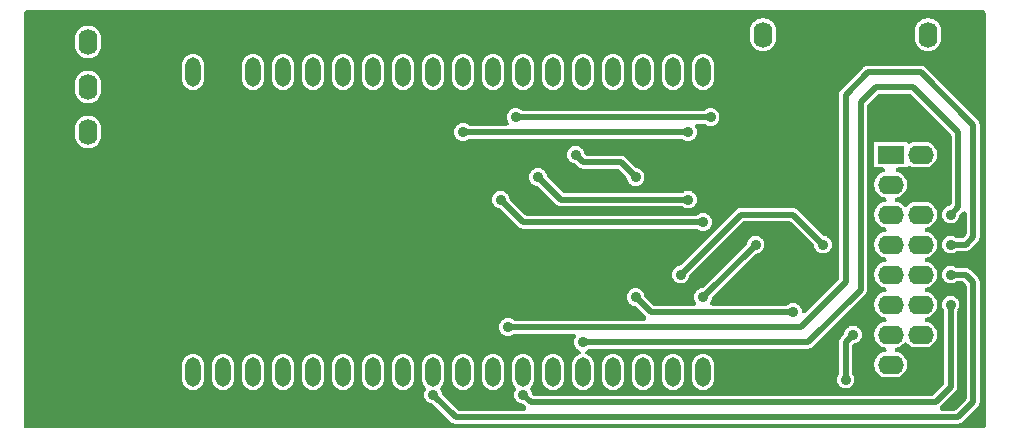
<source format=gbr>
G04 --- HEADER BEGIN --- *
G04 #@! TF.GenerationSoftware,LibrePCB,LibrePCB,0.1.7*
G04 #@! TF.CreationDate,2023-11-18T14:18:11*
G04 #@! TF.ProjectId,CRi-CRi_Display,14a54b12-152a-4fb2-828b-3daff0557bc7,v1*
G04 #@! TF.Part,Single*
G04 #@! TF.SameCoordinates*
G04 #@! TF.FileFunction,Copper,L1,Top*
G04 #@! TF.FilePolarity,Positive*
%FSLAX66Y66*%
%MOMM*%
G01*
G75*
G04 --- HEADER END --- *
G04 --- APERTURE LIST BEGIN --- *
G04 #@! TA.AperFunction,ComponentPad*
%ADD10O,1.587X2.19*%
%ADD11R,1.587X2.19*%
%ADD12O,2.19X1.587*%
%ADD13R,2.19X1.587*%
%ADD14O,1.3X2.5*%
G04 #@! TA.AperFunction,ViaPad*
%ADD15C,0.9*%
G04 #@! TA.AperFunction,Conductor*
%ADD16C,0.5*%
%ADD17C,0.01*%
G04 #@! TD*
G04 --- APERTURE LIST END --- *
G04 --- BOARD BEGIN --- *
D10*
G04 #@! TO.N,N17*
G04 #@! TO.C,J6*
G04 #@! TO.P,J6,2,2*
X5715000Y33020000D03*
D11*
G04 #@! TO.N,GND*
G04 #@! TO.P,J6,1,1*
X3175000Y33020000D03*
D10*
G04 #@! TO.N,N11*
G04 #@! TO.C,J5*
G04 #@! TO.P,J5,2,2*
X5715000Y25400000D03*
D11*
G04 #@! TO.N,GND*
G04 #@! TO.P,J5,1,1*
X3175000Y25400000D03*
D10*
G04 #@! TO.N,N16*
G04 #@! TO.C,J4*
G04 #@! TO.P,J4,2,2*
X5715000Y29210000D03*
D11*
G04 #@! TO.N,GND*
G04 #@! TO.P,J4,1,1*
X3175000Y29210000D03*
D12*
G04 #@! TO.N,N15*
G04 #@! TO.C,J1*
G04 #@! TO.P,J1,14,14*
X76200000Y8255000D03*
D13*
G04 #@! TO.N,N1*
G04 #@! TO.P,J1,1,1*
X73660000Y23495000D03*
D12*
G04 #@! TO.N,N10*
G04 #@! TO.P,J1,12,12*
X76200000Y10795000D03*
G04 #@! TO.N,N2*
G04 #@! TO.P,J1,3,3*
X73660000Y20955000D03*
G04 #@! TO.N,N7*
G04 #@! TO.P,J1,8,8*
X76200000Y15875000D03*
G04 #@! TO.N,N13*
G04 #@! TO.P,J1,10,10*
X76200000Y13335000D03*
G04 #@! TO.N,N14*
G04 #@! TO.P,J1,15,15*
X73660000Y5715000D03*
G04 #@! TO.N,N12*
G04 #@! TO.P,J1,13,13*
X73660000Y8255000D03*
G04 #@! TO.N,N3*
G04 #@! TO.P,J1,2,2*
X76200000Y23495000D03*
G04 #@! TO.N,GND*
G04 #@! TO.P,J1,16,16*
X76200000Y5715000D03*
G04 #@! TO.N,N9*
G04 #@! TO.P,J1,11,11*
X73660000Y10795000D03*
G04 #@! TO.N,N8*
G04 #@! TO.P,J1,9,9*
X73660000Y13335000D03*
G04 #@! TO.N,N4*
G04 #@! TO.P,J1,5,5*
X73660000Y18415000D03*
G04 #@! TO.N,GND*
G04 #@! TO.P,J1,4,4*
X76200000Y20955000D03*
G04 #@! TO.N,N6*
G04 #@! TO.P,J1,6,6*
X76200000Y18415000D03*
G04 #@! TO.N,N5*
G04 #@! TO.P,J1,7,7*
X73660000Y15875000D03*
D10*
G04 #@! TO.N,VCC*
G04 #@! TO.C,J2*
G04 #@! TO.P,J2,2,2*
X62865000Y33655000D03*
D11*
G04 #@! TO.N,GND*
G04 #@! TO.P,J2,1,1*
X65405000Y33655000D03*
D10*
G04 #@! TO.N,VCC*
G04 #@! TO.C,J3*
G04 #@! TO.P,J3,2,2*
X76835000Y33655000D03*
D11*
G04 #@! TO.N,GND*
G04 #@! TO.P,J3,1,1*
X74295000Y33655000D03*
D14*
G04 #@! TO.N,N/C*
G04 #@! TO.C,MCU1*
G04 #@! TO.P,MCU1,SD0,GPIO7*
X19685000Y5080000D03*
G04 #@! TO.P,MCU1,G0,GPIO0*
X24765000Y5080000D03*
G04 #@! TO.N,N9*
G04 #@! TO.P,MCU1,G17,GPIO17*
X37465000Y5080000D03*
G04 #@! TO.N,N/C*
G04 #@! TO.P,MCU1,G34,GPIO34*
X50165000Y30480000D03*
G04 #@! TO.N,VCC*
G04 #@! TO.P,MCU1,5V,5V*
X14605000Y30480000D03*
G04 #@! TO.N,N/C*
G04 #@! TO.P,MCU1,CLK,GPIO6*
X17145000Y5080000D03*
G04 #@! TO.N,N4*
G04 #@! TO.P,MCU1,G23,GPIO23*
X57785000Y5080000D03*
G04 #@! TO.N,N2*
G04 #@! TO.P,MCU1,G26,GPIO26*
X37465000Y30480000D03*
G04 #@! TO.N,N/C*
G04 #@! TO.P,MCU1,G2,GPIO2*
X29845000Y5080000D03*
G04 #@! TO.N,N13*
G04 #@! TO.P,MCU1,G16,GPIO16*
X34925000Y5080000D03*
G04 #@! TO.N,GND*
G04 #@! TO.P,MCU1,GND1,GND*
X17145000Y30480000D03*
G04 #@! TO.N,N3*
G04 #@! TO.P,MCU1,G25,GPIO25*
X40005000Y30480000D03*
G04 #@! TO.N,N1*
G04 #@! TO.P,MCU1,G27,GPIO27*
X34925000Y30480000D03*
G04 #@! TO.N,N/C*
G04 #@! TO.P,MCU1,EN,EN*
X57785000Y30480000D03*
G04 #@! TO.N,N8*
G04 #@! TO.P,MCU1,G12,GPIO12*
X29845000Y30480000D03*
G04 #@! TO.N,N/C*
G04 #@! TO.P,MCU1,RXD,GPIO3*
X50165000Y5080000D03*
G04 #@! TO.N,N14*
G04 #@! TO.P,MCU1,G33,GPIO33*
X42545000Y30480000D03*
G04 #@! TO.N,N/C*
G04 #@! TO.P,MCU1,G14,GPIO14*
X32385000Y30480000D03*
G04 #@! TO.P,MCU1,SD1,GPIO8*
X22225000Y5080000D03*
G04 #@! TO.N,N15*
G04 #@! TO.P,MCU1,G32,GPIO32*
X45085000Y30480000D03*
G04 #@! TO.N,N10*
G04 #@! TO.P,MCU1,G18,GPIO18*
X42545000Y5080000D03*
G04 #@! TO.N,N17*
G04 #@! TO.P,MCU1,G13,GPIO13*
X27305000Y30480000D03*
G04 #@! TO.N,N/C*
G04 #@! TO.P,MCU1,G35,GPIO35*
X47625000Y30480000D03*
G04 #@! TO.P,MCU1,G4,GPIO4*
X32385000Y5080000D03*
G04 #@! TO.P,MCU1,G19,GPIO19*
X45085000Y5080000D03*
G04 #@! TO.N,N16*
G04 #@! TO.P,MCU1,SM,GPIO39*
X52705000Y30480000D03*
G04 #@! TO.N,N5*
G04 #@! TO.P,MCU1,G22,GPIO22*
X55245000Y5080000D03*
G04 #@! TO.N,N6*
G04 #@! TO.P,MCU1,G21,GPIO21*
X47625000Y5080000D03*
G04 #@! TO.N,N/C*
G04 #@! TO.P,MCU1,3V3,3V3*
X14605000Y5080000D03*
G04 #@! TO.P,MCU1,CMD,GPIO11*
X19685000Y30480000D03*
G04 #@! TO.P,MCU1,SD2,GPIO9*
X24765000Y30480000D03*
G04 #@! TO.N,N11*
G04 #@! TO.P,MCU1,SP,GPIO36*
X55245000Y30480000D03*
G04 #@! TO.N,N12*
G04 #@! TO.P,MCU1,G15,GPIO15*
X27305000Y5080000D03*
G04 #@! TO.N,N7*
G04 #@! TO.P,MCU1,G5,GPIO5*
X40005000Y5080000D03*
G04 #@! TO.N,N/C*
G04 #@! TO.P,MCU1,TXD,GPIO1*
X52705000Y5080000D03*
G04 #@! TO.P,MCU1,SD3,GPIO10*
X22225000Y30480000D03*
D15*
G04 #@! TD.C*
G04 #@! TD.P*
G04 #@! TO.N,N9*
X52070000Y11430000D03*
X65405000Y10160000D03*
D16*
X65405000Y10160000D02*
X53340000Y10160000D01*
X52070000Y11430000D02*
X53340000Y10160000D01*
D15*
G04 #@! TO.N,N1*
X37465000Y25400000D03*
X56515000Y25400000D03*
D16*
X56515000Y25400000D02*
X37465000Y25400000D01*
D15*
G04 #@! TO.N,N12*
X69850000Y4445000D03*
X70485000Y8255000D03*
D16*
X70485000Y8255000D02*
X69850000Y7620000D01*
X69850000Y4445000D02*
X69850000Y7620000D01*
D15*
G04 #@! TO.N,N8*
X40640000Y19685000D03*
X57785000Y17780000D03*
D16*
X57785000Y17780000D02*
X42545000Y17780000D01*
X40640000Y19685000D02*
X42545000Y17780000D01*
D15*
G04 #@! TO.N,N5*
X55880000Y13335000D03*
X67945000Y15875000D03*
D16*
X60960000Y18415000D02*
X65405000Y18415000D01*
X60960000Y18415000D02*
X55880000Y13335000D01*
X67945000Y15875000D02*
X65405000Y18415000D01*
D15*
G04 #@! TO.N,N13*
X34925000Y3175000D03*
X78740000Y13335000D03*
D16*
X80645000Y2540000D02*
X79375000Y1270000D01*
X80645000Y12700000D02*
X80645000Y2540000D01*
X80010000Y13335000D02*
X80645000Y12700000D01*
X79375000Y1270000D02*
X36830000Y1270000D01*
X36830000Y1270000D02*
X34925000Y3175000D01*
X78740000Y13335000D02*
X80010000Y13335000D01*
D15*
G04 #@! TO.N,N7*
X78740000Y15875000D03*
X41275000Y8890000D03*
D16*
X69850000Y28575000D02*
X71755000Y30480000D01*
X80010000Y15875000D02*
X80645000Y16510000D01*
X76200000Y30480000D02*
X71755000Y30480000D01*
X41275000Y8890000D02*
X66040000Y8890000D01*
X80645000Y26035000D02*
X76200000Y30480000D01*
X69850000Y12700000D02*
X69850000Y28575000D01*
X80645000Y16510000D02*
X80645000Y26035000D01*
X66040000Y8890000D02*
X69850000Y12700000D01*
X78740000Y15875000D02*
X80010000Y15875000D01*
D15*
G04 #@! TO.N,N14*
X46990000Y23495000D03*
X52070000Y21590000D03*
D16*
X52070000Y21590000D02*
X50800000Y22860000D01*
X47625000Y22860000D02*
X50800000Y22860000D01*
X46990000Y23495000D02*
X47625000Y22860000D01*
G04 #@! TO.N,VCC*
X62865000Y33655000D02*
X62865000Y33655000D01*
D15*
G04 #@! TO.N,N2*
X56515000Y19685000D03*
X43815000Y21590000D03*
D16*
X43815000Y21590000D02*
X45720000Y19685000D01*
X45720000Y19685000D02*
X56515000Y19685000D01*
D15*
G04 #@! TO.N,N10*
X42545000Y3175000D03*
X78740000Y10795000D03*
D16*
X78740000Y3810000D02*
X77470000Y2540000D01*
X78740000Y10795000D02*
X78740000Y3810000D01*
X43180000Y2540000D02*
X42545000Y3175000D01*
X77470000Y2540000D02*
X43180000Y2540000D01*
D15*
G04 #@! TO.N,N6*
X47625000Y7620000D03*
X78740000Y18415000D03*
D16*
X72390000Y29210000D02*
X75565000Y29210000D01*
X71120000Y12065000D02*
X71120000Y27940000D01*
X75565000Y29210000D02*
X79375000Y25400000D01*
X79375000Y25400000D02*
X79375000Y19050000D01*
X66675000Y7620000D02*
X71120000Y12065000D01*
X78740000Y18415000D02*
X79375000Y19050000D01*
X71120000Y27940000D02*
X72390000Y29210000D01*
X47625000Y7620000D02*
X66675000Y7620000D01*
D15*
G04 #@! TO.N,N3*
X58420000Y26670000D03*
X41910000Y26670000D03*
D16*
X58420000Y26670000D02*
X41910000Y26670000D01*
D15*
G04 #@! TO.N,N4*
X57785000Y11430000D03*
X62230000Y15875000D03*
D16*
X62230000Y15875000D02*
X57785000Y11430000D01*
D17*
G04 #@! TA.AperFunction,Conductor*
G04 #@! TO.N,GND*
G36*
X81586660Y319750D02*
X81656204Y375099D01*
X81694899Y455117D01*
X81700000Y500000D01*
X81700000Y35500000D01*
X81680250Y35586660D01*
X81624901Y35656204D01*
X81544883Y35694899D01*
X81500000Y35700000D01*
X500000Y35700000D01*
X413340Y35680250D01*
X343796Y35624901D01*
X305101Y35544883D01*
X300000Y35500000D01*
X300000Y500000D01*
X319750Y413340D01*
X375099Y343796D01*
X455117Y305101D01*
X500000Y300000D01*
X5623351Y300000D01*
X5623351Y24009665D01*
X5605019Y24011363D01*
X5424832Y24045046D01*
X5407135Y24050082D01*
X5236208Y24116298D01*
X5219722Y24124507D01*
X5063885Y24220997D01*
X5049178Y24232104D01*
X4913737Y24355576D01*
X4901315Y24369202D01*
X4790860Y24515468D01*
X4781169Y24531119D01*
X4699460Y24695211D01*
X4692813Y24712371D01*
X4642648Y24888681D01*
X4639266Y24906771D01*
X4621927Y25093895D01*
X4621500Y25103127D01*
X4621500Y25696873D01*
X4621927Y25706105D01*
X4639266Y25893229D01*
X4642648Y25911319D01*
X4692813Y26087629D01*
X4699460Y26104789D01*
X4781169Y26268881D01*
X4790860Y26284532D01*
X4901315Y26430798D01*
X4913737Y26444424D01*
X5049178Y26567896D01*
X5063885Y26579003D01*
X5219722Y26675493D01*
X5236208Y26683702D01*
X5407135Y26749918D01*
X5424832Y26754954D01*
X5605019Y26788637D01*
X5623351Y26790335D01*
X5623351Y26790335D01*
X5623351Y27819665D01*
X5605019Y27821363D01*
X5424832Y27855046D01*
X5407135Y27860082D01*
X5236208Y27926298D01*
X5219722Y27934507D01*
X5063885Y28030997D01*
X5049178Y28042104D01*
X4913737Y28165576D01*
X4901315Y28179202D01*
X4790860Y28325468D01*
X4781169Y28341119D01*
X4699460Y28505211D01*
X4692813Y28522371D01*
X4642648Y28698681D01*
X4639266Y28716771D01*
X4621927Y28903895D01*
X4621500Y28913127D01*
X4621500Y29506873D01*
X4621927Y29516105D01*
X4639266Y29703229D01*
X4642648Y29721319D01*
X4692813Y29897629D01*
X4699460Y29914789D01*
X4781169Y30078881D01*
X4790860Y30094532D01*
X4901315Y30240798D01*
X4913737Y30254424D01*
X5049178Y30377896D01*
X5063885Y30389003D01*
X5219722Y30485493D01*
X5236208Y30493702D01*
X5407135Y30559918D01*
X5424832Y30564954D01*
X5605019Y30598637D01*
X5623351Y30600335D01*
X5623351Y30600335D01*
X5623351Y31629665D01*
X5605019Y31631363D01*
X5424832Y31665046D01*
X5407135Y31670082D01*
X5236208Y31736298D01*
X5219722Y31744507D01*
X5063885Y31840997D01*
X5049178Y31852104D01*
X4913737Y31975576D01*
X4901315Y31989202D01*
X4790860Y32135468D01*
X4781169Y32151119D01*
X4699460Y32315211D01*
X4692813Y32332371D01*
X4642648Y32508681D01*
X4639266Y32526771D01*
X4621927Y32713895D01*
X4621500Y32723127D01*
X4621500Y33316873D01*
X4621927Y33326105D01*
X4639266Y33513229D01*
X4642648Y33531319D01*
X4692813Y33707629D01*
X4699460Y33724789D01*
X4781169Y33888881D01*
X4790860Y33904532D01*
X4901315Y34050798D01*
X4913737Y34064424D01*
X5049178Y34187896D01*
X5063885Y34199003D01*
X5219722Y34295493D01*
X5236208Y34303702D01*
X5407135Y34369918D01*
X5424832Y34374954D01*
X5605019Y34408637D01*
X5623351Y34410335D01*
X5806649Y34410335D01*
X5824981Y34408637D01*
X6005168Y34374954D01*
X6022865Y34369918D01*
X6193792Y34303702D01*
X6210278Y34295493D01*
X6366115Y34199003D01*
X6380822Y34187896D01*
X6516263Y34064424D01*
X6528685Y34050798D01*
X6639140Y33904532D01*
X6648831Y33888881D01*
X6730540Y33724789D01*
X6737187Y33707629D01*
X6787352Y33531319D01*
X6790734Y33513229D01*
X6808073Y33326105D01*
X6808500Y33316873D01*
X6808500Y32723127D01*
X6808073Y32713895D01*
X6790734Y32526771D01*
X6787352Y32508681D01*
X6737187Y32332371D01*
X6730540Y32315211D01*
X6648831Y32151119D01*
X6639140Y32135468D01*
X6528685Y31989202D01*
X6516263Y31975576D01*
X6380822Y31852104D01*
X6366115Y31840997D01*
X6210278Y31744507D01*
X6193792Y31736298D01*
X6022865Y31670082D01*
X6005168Y31665046D01*
X5824981Y31631363D01*
X5806649Y31629665D01*
X5623351Y31629665D01*
X5623351Y30600335D01*
X5806649Y30600335D01*
X5824981Y30598637D01*
X6005168Y30564954D01*
X6022865Y30559918D01*
X6193792Y30493702D01*
X6210278Y30485493D01*
X6366115Y30389003D01*
X6380822Y30377896D01*
X6516263Y30254424D01*
X6528685Y30240798D01*
X6639140Y30094532D01*
X6648831Y30078881D01*
X6730540Y29914789D01*
X6737187Y29897629D01*
X6787352Y29721319D01*
X6790734Y29703229D01*
X6808073Y29516105D01*
X6808500Y29506873D01*
X6808500Y28913127D01*
X6808073Y28903895D01*
X6790734Y28716771D01*
X6787352Y28698681D01*
X6737187Y28522371D01*
X6730540Y28505211D01*
X6648831Y28341119D01*
X6639140Y28325468D01*
X6528685Y28179202D01*
X6516263Y28165576D01*
X6380822Y28042104D01*
X6366115Y28030997D01*
X6210278Y27934507D01*
X6193792Y27926298D01*
X6022865Y27860082D01*
X6005168Y27855046D01*
X5824981Y27821363D01*
X5806649Y27819665D01*
X5623351Y27819665D01*
X5623351Y26790335D01*
X5806649Y26790335D01*
X5824981Y26788637D01*
X6005168Y26754954D01*
X6022865Y26749918D01*
X6193792Y26683702D01*
X6210278Y26675493D01*
X6366115Y26579003D01*
X6380822Y26567896D01*
X6516263Y26444424D01*
X6528685Y26430798D01*
X6639140Y26284532D01*
X6648831Y26268881D01*
X6730540Y26104789D01*
X6737187Y26087629D01*
X6787352Y25911319D01*
X6790734Y25893229D01*
X6808073Y25706105D01*
X6808500Y25696873D01*
X6808500Y25103127D01*
X6808073Y25093895D01*
X6790734Y24906771D01*
X6787352Y24888681D01*
X6737187Y24712371D01*
X6730540Y24695211D01*
X6648831Y24531119D01*
X6639140Y24515468D01*
X6528685Y24369202D01*
X6516263Y24355576D01*
X6380822Y24232104D01*
X6366115Y24220997D01*
X6210278Y24124507D01*
X6193792Y24116298D01*
X6022865Y24050082D01*
X6005168Y24045046D01*
X5824981Y24011363D01*
X5806649Y24009665D01*
X5623351Y24009665D01*
X5623351Y300000D01*
X14595222Y300000D01*
X14595222Y3530963D01*
X14429442Y3547291D01*
X14410262Y3551106D01*
X14250852Y3599462D01*
X14232788Y3606945D01*
X14085872Y3685473D01*
X14069614Y3696336D01*
X13940839Y3802020D01*
X13927020Y3815839D01*
X13821336Y3944614D01*
X13810473Y3960872D01*
X13731945Y4107788D01*
X13724462Y4125852D01*
X13676106Y4285262D01*
X13672291Y4304442D01*
X13655481Y4475117D01*
X13655000Y4484907D01*
X13655000Y5675093D01*
X13655481Y5684883D01*
X13672291Y5855558D01*
X13676106Y5874738D01*
X13724462Y6034148D01*
X13731945Y6052212D01*
X13810473Y6199128D01*
X13821336Y6215386D01*
X13927020Y6344161D01*
X13940839Y6357980D01*
X14069614Y6463664D01*
X14085872Y6474527D01*
X14232788Y6553055D01*
X14250852Y6560538D01*
X14410262Y6608894D01*
X14429442Y6612709D01*
X14595222Y6629037D01*
X14595222Y6629037D01*
X14595222Y28930963D01*
X14429442Y28947291D01*
X14410262Y28951106D01*
X14250852Y28999462D01*
X14232788Y29006945D01*
X14085872Y29085473D01*
X14069614Y29096336D01*
X13940839Y29202020D01*
X13927020Y29215839D01*
X13821336Y29344614D01*
X13810473Y29360872D01*
X13731945Y29507788D01*
X13724462Y29525852D01*
X13676106Y29685262D01*
X13672291Y29704442D01*
X13655481Y29875117D01*
X13655000Y29884907D01*
X13655000Y31075093D01*
X13655481Y31084883D01*
X13672291Y31255558D01*
X13676106Y31274738D01*
X13724462Y31434148D01*
X13731945Y31452212D01*
X13810473Y31599128D01*
X13821336Y31615386D01*
X13927020Y31744161D01*
X13940839Y31757980D01*
X14069614Y31863664D01*
X14085872Y31874527D01*
X14232788Y31953055D01*
X14250852Y31960538D01*
X14410262Y32008894D01*
X14429442Y32012709D01*
X14595222Y32029037D01*
X14614778Y32029037D01*
X14780558Y32012709D01*
X14799738Y32008894D01*
X14959148Y31960538D01*
X14977212Y31953055D01*
X15124128Y31874527D01*
X15140386Y31863664D01*
X15269161Y31757980D01*
X15282980Y31744161D01*
X15388664Y31615386D01*
X15399527Y31599128D01*
X15478055Y31452212D01*
X15485538Y31434148D01*
X15533894Y31274738D01*
X15537709Y31255558D01*
X15554519Y31084883D01*
X15555000Y31075093D01*
X15555000Y29884907D01*
X15554519Y29875117D01*
X15537709Y29704442D01*
X15533894Y29685262D01*
X15485538Y29525852D01*
X15478055Y29507788D01*
X15399527Y29360872D01*
X15388664Y29344614D01*
X15282980Y29215839D01*
X15269161Y29202020D01*
X15140386Y29096336D01*
X15124128Y29085473D01*
X14977212Y29006945D01*
X14959148Y28999462D01*
X14799738Y28951106D01*
X14780558Y28947291D01*
X14614778Y28930963D01*
X14595222Y28930963D01*
X14595222Y6629037D01*
X14614778Y6629037D01*
X14780558Y6612709D01*
X14799738Y6608894D01*
X14959148Y6560538D01*
X14977212Y6553055D01*
X15124128Y6474527D01*
X15140386Y6463664D01*
X15269161Y6357980D01*
X15282980Y6344161D01*
X15388664Y6215386D01*
X15399527Y6199128D01*
X15478055Y6052212D01*
X15485538Y6034148D01*
X15533894Y5874738D01*
X15537709Y5855558D01*
X15554519Y5684883D01*
X15555000Y5675093D01*
X15555000Y4484907D01*
X15554519Y4475117D01*
X15537709Y4304442D01*
X15533894Y4285262D01*
X15485538Y4125852D01*
X15478055Y4107788D01*
X15399527Y3960872D01*
X15388664Y3944614D01*
X15282980Y3815839D01*
X15269161Y3802020D01*
X15140386Y3696336D01*
X15124128Y3685473D01*
X14977212Y3606945D01*
X14959148Y3599462D01*
X14799738Y3551106D01*
X14780558Y3547291D01*
X14614778Y3530963D01*
X14595222Y3530963D01*
X14595222Y300000D01*
X17135222Y300000D01*
X17135222Y3530963D01*
X16969442Y3547291D01*
X16950262Y3551106D01*
X16790852Y3599462D01*
X16772788Y3606945D01*
X16625872Y3685473D01*
X16609614Y3696336D01*
X16480839Y3802020D01*
X16467020Y3815839D01*
X16361336Y3944614D01*
X16350473Y3960872D01*
X16271945Y4107788D01*
X16264462Y4125852D01*
X16216106Y4285262D01*
X16212291Y4304442D01*
X16195481Y4475117D01*
X16195000Y4484907D01*
X16195000Y5675093D01*
X16195481Y5684883D01*
X16212291Y5855558D01*
X16216106Y5874738D01*
X16264462Y6034148D01*
X16271945Y6052212D01*
X16350473Y6199128D01*
X16361336Y6215386D01*
X16467020Y6344161D01*
X16480839Y6357980D01*
X16609614Y6463664D01*
X16625872Y6474527D01*
X16772788Y6553055D01*
X16790852Y6560538D01*
X16950262Y6608894D01*
X16969442Y6612709D01*
X17135222Y6629037D01*
X17154778Y6629037D01*
X17320558Y6612709D01*
X17339738Y6608894D01*
X17499148Y6560538D01*
X17517212Y6553055D01*
X17664128Y6474527D01*
X17680386Y6463664D01*
X17809161Y6357980D01*
X17822980Y6344161D01*
X17928664Y6215386D01*
X17939527Y6199128D01*
X18018055Y6052212D01*
X18025538Y6034148D01*
X18073894Y5874738D01*
X18077709Y5855558D01*
X18094519Y5684883D01*
X18095000Y5675093D01*
X18095000Y4484907D01*
X18094519Y4475117D01*
X18077709Y4304442D01*
X18073894Y4285262D01*
X18025538Y4125852D01*
X18018055Y4107788D01*
X17939527Y3960872D01*
X17928664Y3944614D01*
X17822980Y3815839D01*
X17809161Y3802020D01*
X17680386Y3696336D01*
X17664128Y3685473D01*
X17517212Y3606945D01*
X17499148Y3599462D01*
X17339738Y3551106D01*
X17320558Y3547291D01*
X17154778Y3530963D01*
X17135222Y3530963D01*
X17135222Y300000D01*
X19675222Y300000D01*
X19675222Y3530963D01*
X19509442Y3547291D01*
X19490262Y3551106D01*
X19330852Y3599462D01*
X19312788Y3606945D01*
X19165872Y3685473D01*
X19149614Y3696336D01*
X19020839Y3802020D01*
X19007020Y3815839D01*
X18901336Y3944614D01*
X18890473Y3960872D01*
X18811945Y4107788D01*
X18804462Y4125852D01*
X18756106Y4285262D01*
X18752291Y4304442D01*
X18735481Y4475117D01*
X18735000Y4484907D01*
X18735000Y5675093D01*
X18735481Y5684883D01*
X18752291Y5855558D01*
X18756106Y5874738D01*
X18804462Y6034148D01*
X18811945Y6052212D01*
X18890473Y6199128D01*
X18901336Y6215386D01*
X19007020Y6344161D01*
X19020839Y6357980D01*
X19149614Y6463664D01*
X19165872Y6474527D01*
X19312788Y6553055D01*
X19330852Y6560538D01*
X19490262Y6608894D01*
X19509442Y6612709D01*
X19675222Y6629037D01*
X19675222Y6629037D01*
X19675222Y28930963D01*
X19509442Y28947291D01*
X19490262Y28951106D01*
X19330852Y28999462D01*
X19312788Y29006945D01*
X19165872Y29085473D01*
X19149614Y29096336D01*
X19020839Y29202020D01*
X19007020Y29215839D01*
X18901336Y29344614D01*
X18890473Y29360872D01*
X18811945Y29507788D01*
X18804462Y29525852D01*
X18756106Y29685262D01*
X18752291Y29704442D01*
X18735481Y29875117D01*
X18735000Y29884907D01*
X18735000Y31075093D01*
X18735481Y31084883D01*
X18752291Y31255558D01*
X18756106Y31274738D01*
X18804462Y31434148D01*
X18811945Y31452212D01*
X18890473Y31599128D01*
X18901336Y31615386D01*
X19007020Y31744161D01*
X19020839Y31757980D01*
X19149614Y31863664D01*
X19165872Y31874527D01*
X19312788Y31953055D01*
X19330852Y31960538D01*
X19490262Y32008894D01*
X19509442Y32012709D01*
X19675222Y32029037D01*
X19694778Y32029037D01*
X19860558Y32012709D01*
X19879738Y32008894D01*
X20039148Y31960538D01*
X20057212Y31953055D01*
X20204128Y31874527D01*
X20220386Y31863664D01*
X20349161Y31757980D01*
X20362980Y31744161D01*
X20468664Y31615386D01*
X20479527Y31599128D01*
X20558055Y31452212D01*
X20565538Y31434148D01*
X20613894Y31274738D01*
X20617709Y31255558D01*
X20634519Y31084883D01*
X20635000Y31075093D01*
X20635000Y29884907D01*
X20634519Y29875117D01*
X20617709Y29704442D01*
X20613894Y29685262D01*
X20565538Y29525852D01*
X20558055Y29507788D01*
X20479527Y29360872D01*
X20468664Y29344614D01*
X20362980Y29215839D01*
X20349161Y29202020D01*
X20220386Y29096336D01*
X20204128Y29085473D01*
X20057212Y29006945D01*
X20039148Y28999462D01*
X19879738Y28951106D01*
X19860558Y28947291D01*
X19694778Y28930963D01*
X19675222Y28930963D01*
X19675222Y6629037D01*
X19694778Y6629037D01*
X19860558Y6612709D01*
X19879738Y6608894D01*
X20039148Y6560538D01*
X20057212Y6553055D01*
X20204128Y6474527D01*
X20220386Y6463664D01*
X20349161Y6357980D01*
X20362980Y6344161D01*
X20468664Y6215386D01*
X20479527Y6199128D01*
X20558055Y6052212D01*
X20565538Y6034148D01*
X20613894Y5874738D01*
X20617709Y5855558D01*
X20634519Y5684883D01*
X20635000Y5675093D01*
X20635000Y4484907D01*
X20634519Y4475117D01*
X20617709Y4304442D01*
X20613894Y4285262D01*
X20565538Y4125852D01*
X20558055Y4107788D01*
X20479527Y3960872D01*
X20468664Y3944614D01*
X20362980Y3815839D01*
X20349161Y3802020D01*
X20220386Y3696336D01*
X20204128Y3685473D01*
X20057212Y3606945D01*
X20039148Y3599462D01*
X19879738Y3551106D01*
X19860558Y3547291D01*
X19694778Y3530963D01*
X19675222Y3530963D01*
X19675222Y300000D01*
X22215222Y300000D01*
X22215222Y3530963D01*
X22049442Y3547291D01*
X22030262Y3551106D01*
X21870852Y3599462D01*
X21852788Y3606945D01*
X21705872Y3685473D01*
X21689614Y3696336D01*
X21560839Y3802020D01*
X21547020Y3815839D01*
X21441336Y3944614D01*
X21430473Y3960872D01*
X21351945Y4107788D01*
X21344462Y4125852D01*
X21296106Y4285262D01*
X21292291Y4304442D01*
X21275481Y4475117D01*
X21275000Y4484907D01*
X21275000Y5675093D01*
X21275481Y5684883D01*
X21292291Y5855558D01*
X21296106Y5874738D01*
X21344462Y6034148D01*
X21351945Y6052212D01*
X21430473Y6199128D01*
X21441336Y6215386D01*
X21547020Y6344161D01*
X21560839Y6357980D01*
X21689614Y6463664D01*
X21705872Y6474527D01*
X21852788Y6553055D01*
X21870852Y6560538D01*
X22030262Y6608894D01*
X22049442Y6612709D01*
X22215222Y6629037D01*
X22215222Y6629037D01*
X22215222Y28930963D01*
X22049442Y28947291D01*
X22030262Y28951106D01*
X21870852Y28999462D01*
X21852788Y29006945D01*
X21705872Y29085473D01*
X21689614Y29096336D01*
X21560839Y29202020D01*
X21547020Y29215839D01*
X21441336Y29344614D01*
X21430473Y29360872D01*
X21351945Y29507788D01*
X21344462Y29525852D01*
X21296106Y29685262D01*
X21292291Y29704442D01*
X21275481Y29875117D01*
X21275000Y29884907D01*
X21275000Y31075093D01*
X21275481Y31084883D01*
X21292291Y31255558D01*
X21296106Y31274738D01*
X21344462Y31434148D01*
X21351945Y31452212D01*
X21430473Y31599128D01*
X21441336Y31615386D01*
X21547020Y31744161D01*
X21560839Y31757980D01*
X21689614Y31863664D01*
X21705872Y31874527D01*
X21852788Y31953055D01*
X21870852Y31960538D01*
X22030262Y32008894D01*
X22049442Y32012709D01*
X22215222Y32029037D01*
X22234778Y32029037D01*
X22400558Y32012709D01*
X22419738Y32008894D01*
X22579148Y31960538D01*
X22597212Y31953055D01*
X22744128Y31874527D01*
X22760386Y31863664D01*
X22889161Y31757980D01*
X22902980Y31744161D01*
X23008664Y31615386D01*
X23019527Y31599128D01*
X23098055Y31452212D01*
X23105538Y31434148D01*
X23153894Y31274738D01*
X23157709Y31255558D01*
X23174519Y31084883D01*
X23175000Y31075093D01*
X23175000Y29884907D01*
X23174519Y29875117D01*
X23157709Y29704442D01*
X23153894Y29685262D01*
X23105538Y29525852D01*
X23098055Y29507788D01*
X23019527Y29360872D01*
X23008664Y29344614D01*
X22902980Y29215839D01*
X22889161Y29202020D01*
X22760386Y29096336D01*
X22744128Y29085473D01*
X22597212Y29006945D01*
X22579148Y28999462D01*
X22419738Y28951106D01*
X22400558Y28947291D01*
X22234778Y28930963D01*
X22215222Y28930963D01*
X22215222Y6629037D01*
X22234778Y6629037D01*
X22400558Y6612709D01*
X22419738Y6608894D01*
X22579148Y6560538D01*
X22597212Y6553055D01*
X22744128Y6474527D01*
X22760386Y6463664D01*
X22889161Y6357980D01*
X22902980Y6344161D01*
X23008664Y6215386D01*
X23019527Y6199128D01*
X23098055Y6052212D01*
X23105538Y6034148D01*
X23153894Y5874738D01*
X23157709Y5855558D01*
X23174519Y5684883D01*
X23175000Y5675093D01*
X23175000Y4484907D01*
X23174519Y4475117D01*
X23157709Y4304442D01*
X23153894Y4285262D01*
X23105538Y4125852D01*
X23098055Y4107788D01*
X23019527Y3960872D01*
X23008664Y3944614D01*
X22902980Y3815839D01*
X22889161Y3802020D01*
X22760386Y3696336D01*
X22744128Y3685473D01*
X22597212Y3606945D01*
X22579148Y3599462D01*
X22419738Y3551106D01*
X22400558Y3547291D01*
X22234778Y3530963D01*
X22215222Y3530963D01*
X22215222Y300000D01*
X24755222Y300000D01*
X24755222Y3530963D01*
X24589442Y3547291D01*
X24570262Y3551106D01*
X24410852Y3599462D01*
X24392788Y3606945D01*
X24245872Y3685473D01*
X24229614Y3696336D01*
X24100839Y3802020D01*
X24087020Y3815839D01*
X23981336Y3944614D01*
X23970473Y3960872D01*
X23891945Y4107788D01*
X23884462Y4125852D01*
X23836106Y4285262D01*
X23832291Y4304442D01*
X23815481Y4475117D01*
X23815000Y4484907D01*
X23815000Y5675093D01*
X23815481Y5684883D01*
X23832291Y5855558D01*
X23836106Y5874738D01*
X23884462Y6034148D01*
X23891945Y6052212D01*
X23970473Y6199128D01*
X23981336Y6215386D01*
X24087020Y6344161D01*
X24100839Y6357980D01*
X24229614Y6463664D01*
X24245872Y6474527D01*
X24392788Y6553055D01*
X24410852Y6560538D01*
X24570262Y6608894D01*
X24589442Y6612709D01*
X24755222Y6629037D01*
X24755222Y6629037D01*
X24755222Y28930963D01*
X24589442Y28947291D01*
X24570262Y28951106D01*
X24410852Y28999462D01*
X24392788Y29006945D01*
X24245872Y29085473D01*
X24229614Y29096336D01*
X24100839Y29202020D01*
X24087020Y29215839D01*
X23981336Y29344614D01*
X23970473Y29360872D01*
X23891945Y29507788D01*
X23884462Y29525852D01*
X23836106Y29685262D01*
X23832291Y29704442D01*
X23815481Y29875117D01*
X23815000Y29884907D01*
X23815000Y31075093D01*
X23815481Y31084883D01*
X23832291Y31255558D01*
X23836106Y31274738D01*
X23884462Y31434148D01*
X23891945Y31452212D01*
X23970473Y31599128D01*
X23981336Y31615386D01*
X24087020Y31744161D01*
X24100839Y31757980D01*
X24229614Y31863664D01*
X24245872Y31874527D01*
X24392788Y31953055D01*
X24410852Y31960538D01*
X24570262Y32008894D01*
X24589442Y32012709D01*
X24755222Y32029037D01*
X24774778Y32029037D01*
X24940558Y32012709D01*
X24959738Y32008894D01*
X25119148Y31960538D01*
X25137212Y31953055D01*
X25284128Y31874527D01*
X25300386Y31863664D01*
X25429161Y31757980D01*
X25442980Y31744161D01*
X25548664Y31615386D01*
X25559527Y31599128D01*
X25638055Y31452212D01*
X25645538Y31434148D01*
X25693894Y31274738D01*
X25697709Y31255558D01*
X25714519Y31084883D01*
X25715000Y31075093D01*
X25715000Y29884907D01*
X25714519Y29875117D01*
X25697709Y29704442D01*
X25693894Y29685262D01*
X25645538Y29525852D01*
X25638055Y29507788D01*
X25559527Y29360872D01*
X25548664Y29344614D01*
X25442980Y29215839D01*
X25429161Y29202020D01*
X25300386Y29096336D01*
X25284128Y29085473D01*
X25137212Y29006945D01*
X25119148Y28999462D01*
X24959738Y28951106D01*
X24940558Y28947291D01*
X24774778Y28930963D01*
X24755222Y28930963D01*
X24755222Y6629037D01*
X24774778Y6629037D01*
X24940558Y6612709D01*
X24959738Y6608894D01*
X25119148Y6560538D01*
X25137212Y6553055D01*
X25284128Y6474527D01*
X25300386Y6463664D01*
X25429161Y6357980D01*
X25442980Y6344161D01*
X25548664Y6215386D01*
X25559527Y6199128D01*
X25638055Y6052212D01*
X25645538Y6034148D01*
X25693894Y5874738D01*
X25697709Y5855558D01*
X25714519Y5684883D01*
X25715000Y5675093D01*
X25715000Y4484907D01*
X25714519Y4475117D01*
X25697709Y4304442D01*
X25693894Y4285262D01*
X25645538Y4125852D01*
X25638055Y4107788D01*
X25559527Y3960872D01*
X25548664Y3944614D01*
X25442980Y3815839D01*
X25429161Y3802020D01*
X25300386Y3696336D01*
X25284128Y3685473D01*
X25137212Y3606945D01*
X25119148Y3599462D01*
X24959738Y3551106D01*
X24940558Y3547291D01*
X24774778Y3530963D01*
X24755222Y3530963D01*
X24755222Y300000D01*
X27295222Y300000D01*
X27295222Y3530963D01*
X27129442Y3547291D01*
X27110262Y3551106D01*
X26950852Y3599462D01*
X26932788Y3606945D01*
X26785872Y3685473D01*
X26769614Y3696336D01*
X26640839Y3802020D01*
X26627020Y3815839D01*
X26521336Y3944614D01*
X26510473Y3960872D01*
X26431945Y4107788D01*
X26424462Y4125852D01*
X26376106Y4285262D01*
X26372291Y4304442D01*
X26355481Y4475117D01*
X26355000Y4484907D01*
X26355000Y5675093D01*
X26355481Y5684883D01*
X26372291Y5855558D01*
X26376106Y5874738D01*
X26424462Y6034148D01*
X26431945Y6052212D01*
X26510473Y6199128D01*
X26521336Y6215386D01*
X26627020Y6344161D01*
X26640839Y6357980D01*
X26769614Y6463664D01*
X26785872Y6474527D01*
X26932788Y6553055D01*
X26950852Y6560538D01*
X27110262Y6608894D01*
X27129442Y6612709D01*
X27295222Y6629037D01*
X27295222Y6629037D01*
X27295222Y28930963D01*
X27129442Y28947291D01*
X27110262Y28951106D01*
X26950852Y28999462D01*
X26932788Y29006945D01*
X26785872Y29085473D01*
X26769614Y29096336D01*
X26640839Y29202020D01*
X26627020Y29215839D01*
X26521336Y29344614D01*
X26510473Y29360872D01*
X26431945Y29507788D01*
X26424462Y29525852D01*
X26376106Y29685262D01*
X26372291Y29704442D01*
X26355481Y29875117D01*
X26355000Y29884907D01*
X26355000Y31075093D01*
X26355481Y31084883D01*
X26372291Y31255558D01*
X26376106Y31274738D01*
X26424462Y31434148D01*
X26431945Y31452212D01*
X26510473Y31599128D01*
X26521336Y31615386D01*
X26627020Y31744161D01*
X26640839Y31757980D01*
X26769614Y31863664D01*
X26785872Y31874527D01*
X26932788Y31953055D01*
X26950852Y31960538D01*
X27110262Y32008894D01*
X27129442Y32012709D01*
X27295222Y32029037D01*
X27314778Y32029037D01*
X27480558Y32012709D01*
X27499738Y32008894D01*
X27659148Y31960538D01*
X27677212Y31953055D01*
X27824128Y31874527D01*
X27840386Y31863664D01*
X27969161Y31757980D01*
X27982980Y31744161D01*
X28088664Y31615386D01*
X28099527Y31599128D01*
X28178055Y31452212D01*
X28185538Y31434148D01*
X28233894Y31274738D01*
X28237709Y31255558D01*
X28254519Y31084883D01*
X28255000Y31075093D01*
X28255000Y29884907D01*
X28254519Y29875117D01*
X28237709Y29704442D01*
X28233894Y29685262D01*
X28185538Y29525852D01*
X28178055Y29507788D01*
X28099527Y29360872D01*
X28088664Y29344614D01*
X27982980Y29215839D01*
X27969161Y29202020D01*
X27840386Y29096336D01*
X27824128Y29085473D01*
X27677212Y29006945D01*
X27659148Y28999462D01*
X27499738Y28951106D01*
X27480558Y28947291D01*
X27314778Y28930963D01*
X27295222Y28930963D01*
X27295222Y6629037D01*
X27314778Y6629037D01*
X27480558Y6612709D01*
X27499738Y6608894D01*
X27659148Y6560538D01*
X27677212Y6553055D01*
X27824128Y6474527D01*
X27840386Y6463664D01*
X27969161Y6357980D01*
X27982980Y6344161D01*
X28088664Y6215386D01*
X28099527Y6199128D01*
X28178055Y6052212D01*
X28185538Y6034148D01*
X28233894Y5874738D01*
X28237709Y5855558D01*
X28254519Y5684883D01*
X28255000Y5675093D01*
X28255000Y4484907D01*
X28254519Y4475117D01*
X28237709Y4304442D01*
X28233894Y4285262D01*
X28185538Y4125852D01*
X28178055Y4107788D01*
X28099527Y3960872D01*
X28088664Y3944614D01*
X27982980Y3815839D01*
X27969161Y3802020D01*
X27840386Y3696336D01*
X27824128Y3685473D01*
X27677212Y3606945D01*
X27659148Y3599462D01*
X27499738Y3551106D01*
X27480558Y3547291D01*
X27314778Y3530963D01*
X27295222Y3530963D01*
X27295222Y300000D01*
X29835222Y300000D01*
X29835222Y3530963D01*
X29669442Y3547291D01*
X29650262Y3551106D01*
X29490852Y3599462D01*
X29472788Y3606945D01*
X29325872Y3685473D01*
X29309614Y3696336D01*
X29180839Y3802020D01*
X29167020Y3815839D01*
X29061336Y3944614D01*
X29050473Y3960872D01*
X28971945Y4107788D01*
X28964462Y4125852D01*
X28916106Y4285262D01*
X28912291Y4304442D01*
X28895481Y4475117D01*
X28895000Y4484907D01*
X28895000Y5675093D01*
X28895481Y5684883D01*
X28912291Y5855558D01*
X28916106Y5874738D01*
X28964462Y6034148D01*
X28971945Y6052212D01*
X29050473Y6199128D01*
X29061336Y6215386D01*
X29167020Y6344161D01*
X29180839Y6357980D01*
X29309614Y6463664D01*
X29325872Y6474527D01*
X29472788Y6553055D01*
X29490852Y6560538D01*
X29650262Y6608894D01*
X29669442Y6612709D01*
X29835222Y6629037D01*
X29835222Y6629037D01*
X29835222Y28930963D01*
X29669442Y28947291D01*
X29650262Y28951106D01*
X29490852Y28999462D01*
X29472788Y29006945D01*
X29325872Y29085473D01*
X29309614Y29096336D01*
X29180839Y29202020D01*
X29167020Y29215839D01*
X29061336Y29344614D01*
X29050473Y29360872D01*
X28971945Y29507788D01*
X28964462Y29525852D01*
X28916106Y29685262D01*
X28912291Y29704442D01*
X28895481Y29875117D01*
X28895000Y29884907D01*
X28895000Y31075093D01*
X28895481Y31084883D01*
X28912291Y31255558D01*
X28916106Y31274738D01*
X28964462Y31434148D01*
X28971945Y31452212D01*
X29050473Y31599128D01*
X29061336Y31615386D01*
X29167020Y31744161D01*
X29180839Y31757980D01*
X29309614Y31863664D01*
X29325872Y31874527D01*
X29472788Y31953055D01*
X29490852Y31960538D01*
X29650262Y32008894D01*
X29669442Y32012709D01*
X29835222Y32029037D01*
X29854778Y32029037D01*
X30020558Y32012709D01*
X30039738Y32008894D01*
X30199148Y31960538D01*
X30217212Y31953055D01*
X30364128Y31874527D01*
X30380386Y31863664D01*
X30509161Y31757980D01*
X30522980Y31744161D01*
X30628664Y31615386D01*
X30639527Y31599128D01*
X30718055Y31452212D01*
X30725538Y31434148D01*
X30773894Y31274738D01*
X30777709Y31255558D01*
X30794519Y31084883D01*
X30795000Y31075093D01*
X30795000Y29884907D01*
X30794519Y29875117D01*
X30777709Y29704442D01*
X30773894Y29685262D01*
X30725538Y29525852D01*
X30718055Y29507788D01*
X30639527Y29360872D01*
X30628664Y29344614D01*
X30522980Y29215839D01*
X30509161Y29202020D01*
X30380386Y29096336D01*
X30364128Y29085473D01*
X30217212Y29006945D01*
X30199148Y28999462D01*
X30039738Y28951106D01*
X30020558Y28947291D01*
X29854778Y28930963D01*
X29835222Y28930963D01*
X29835222Y6629037D01*
X29854778Y6629037D01*
X30020558Y6612709D01*
X30039738Y6608894D01*
X30199148Y6560538D01*
X30217212Y6553055D01*
X30364128Y6474527D01*
X30380386Y6463664D01*
X30509161Y6357980D01*
X30522980Y6344161D01*
X30628664Y6215386D01*
X30639527Y6199128D01*
X30718055Y6052212D01*
X30725538Y6034148D01*
X30773894Y5874738D01*
X30777709Y5855558D01*
X30794519Y5684883D01*
X30795000Y5675093D01*
X30795000Y4484907D01*
X30794519Y4475117D01*
X30777709Y4304442D01*
X30773894Y4285262D01*
X30725538Y4125852D01*
X30718055Y4107788D01*
X30639527Y3960872D01*
X30628664Y3944614D01*
X30522980Y3815839D01*
X30509161Y3802020D01*
X30380386Y3696336D01*
X30364128Y3685473D01*
X30217212Y3606945D01*
X30199148Y3599462D01*
X30039738Y3551106D01*
X30020558Y3547291D01*
X29854778Y3530963D01*
X29835222Y3530963D01*
X29835222Y300000D01*
X32375222Y300000D01*
X32375222Y3530963D01*
X32209442Y3547291D01*
X32190262Y3551106D01*
X32030852Y3599462D01*
X32012788Y3606945D01*
X31865872Y3685473D01*
X31849614Y3696336D01*
X31720839Y3802020D01*
X31707020Y3815839D01*
X31601336Y3944614D01*
X31590473Y3960872D01*
X31511945Y4107788D01*
X31504462Y4125852D01*
X31456106Y4285262D01*
X31452291Y4304442D01*
X31435481Y4475117D01*
X31435000Y4484907D01*
X31435000Y5675093D01*
X31435481Y5684883D01*
X31452291Y5855558D01*
X31456106Y5874738D01*
X31504462Y6034148D01*
X31511945Y6052212D01*
X31590473Y6199128D01*
X31601336Y6215386D01*
X31707020Y6344161D01*
X31720839Y6357980D01*
X31849614Y6463664D01*
X31865872Y6474527D01*
X32012788Y6553055D01*
X32030852Y6560538D01*
X32190262Y6608894D01*
X32209442Y6612709D01*
X32375222Y6629037D01*
X32375222Y6629037D01*
X32375222Y28930963D01*
X32209442Y28947291D01*
X32190262Y28951106D01*
X32030852Y28999462D01*
X32012788Y29006945D01*
X31865872Y29085473D01*
X31849614Y29096336D01*
X31720839Y29202020D01*
X31707020Y29215839D01*
X31601336Y29344614D01*
X31590473Y29360872D01*
X31511945Y29507788D01*
X31504462Y29525852D01*
X31456106Y29685262D01*
X31452291Y29704442D01*
X31435481Y29875117D01*
X31435000Y29884907D01*
X31435000Y31075093D01*
X31435481Y31084883D01*
X31452291Y31255558D01*
X31456106Y31274738D01*
X31504462Y31434148D01*
X31511945Y31452212D01*
X31590473Y31599128D01*
X31601336Y31615386D01*
X31707020Y31744161D01*
X31720839Y31757980D01*
X31849614Y31863664D01*
X31865872Y31874527D01*
X32012788Y31953055D01*
X32030852Y31960538D01*
X32190262Y32008894D01*
X32209442Y32012709D01*
X32375222Y32029037D01*
X32394778Y32029037D01*
X32560558Y32012709D01*
X32579738Y32008894D01*
X32739148Y31960538D01*
X32757212Y31953055D01*
X32904128Y31874527D01*
X32920386Y31863664D01*
X33049161Y31757980D01*
X33062980Y31744161D01*
X33168664Y31615386D01*
X33179527Y31599128D01*
X33258055Y31452212D01*
X33265538Y31434148D01*
X33313894Y31274738D01*
X33317709Y31255558D01*
X33334519Y31084883D01*
X33335000Y31075093D01*
X33335000Y29884907D01*
X33334519Y29875117D01*
X33317709Y29704442D01*
X33313894Y29685262D01*
X33265538Y29525852D01*
X33258055Y29507788D01*
X33179527Y29360872D01*
X33168664Y29344614D01*
X33062980Y29215839D01*
X33049161Y29202020D01*
X32920386Y29096336D01*
X32904128Y29085473D01*
X32757212Y29006945D01*
X32739148Y28999462D01*
X32579738Y28951106D01*
X32560558Y28947291D01*
X32394778Y28930963D01*
X32375222Y28930963D01*
X32375222Y6629037D01*
X32394778Y6629037D01*
X32560558Y6612709D01*
X32579738Y6608894D01*
X32739148Y6560538D01*
X32757212Y6553055D01*
X32904128Y6474527D01*
X32920386Y6463664D01*
X33049161Y6357980D01*
X33062980Y6344161D01*
X33168664Y6215386D01*
X33179527Y6199128D01*
X33258055Y6052212D01*
X33265538Y6034148D01*
X33313894Y5874738D01*
X33317709Y5855558D01*
X33334519Y5684883D01*
X33335000Y5675093D01*
X33335000Y4484907D01*
X33334519Y4475117D01*
X33317709Y4304442D01*
X33313894Y4285262D01*
X33265538Y4125852D01*
X33258055Y4107788D01*
X33179527Y3960872D01*
X33168664Y3944614D01*
X33062980Y3815839D01*
X33049161Y3802020D01*
X32920386Y3696336D01*
X32904128Y3685473D01*
X32757212Y3606945D01*
X32739148Y3599462D01*
X32579738Y3551106D01*
X32560558Y3547291D01*
X32394778Y3530963D01*
X32375222Y3530963D01*
X32375222Y300000D01*
X36836550Y300000D01*
X36836550Y720000D01*
X36823507Y720855D01*
X36700647Y737030D01*
X36675538Y743758D01*
X36567114Y788668D01*
X36544598Y801667D01*
X36451929Y872775D01*
X36443178Y881623D01*
X36435975Y886208D01*
X34943136Y2379047D01*
X34867893Y2426360D01*
X34824107Y2436369D01*
X34769261Y2442548D01*
X34747511Y2447512D01*
X34610188Y2495564D01*
X34590078Y2505248D01*
X34466892Y2582651D01*
X34449439Y2596570D01*
X34346570Y2699439D01*
X34332651Y2716892D01*
X34255248Y2840078D01*
X34245564Y2860188D01*
X34197512Y2997511D01*
X34192547Y3019269D01*
X34176258Y3163835D01*
X34176258Y3186165D01*
X34192547Y3330731D01*
X34197512Y3352489D01*
X34245564Y3489812D01*
X34255248Y3509922D01*
X34285264Y3557692D01*
X34314647Y3641577D01*
X34304781Y3729909D01*
X34257336Y3805524D01*
X34247018Y3815841D01*
X34141336Y3944614D01*
X34130473Y3960872D01*
X34051945Y4107788D01*
X34044462Y4125852D01*
X33996106Y4285262D01*
X33992291Y4304442D01*
X33975481Y4475117D01*
X33975000Y4484907D01*
X33975000Y5675093D01*
X33975481Y5684883D01*
X33992291Y5855558D01*
X33996106Y5874738D01*
X34044462Y6034148D01*
X34051945Y6052212D01*
X34130473Y6199128D01*
X34141336Y6215386D01*
X34247020Y6344161D01*
X34260839Y6357980D01*
X34389614Y6463664D01*
X34405872Y6474527D01*
X34552788Y6553055D01*
X34570852Y6560538D01*
X34730262Y6608894D01*
X34749442Y6612709D01*
X34915222Y6629037D01*
X34915222Y6629037D01*
X34915222Y28930963D01*
X34749442Y28947291D01*
X34730262Y28951106D01*
X34570852Y28999462D01*
X34552788Y29006945D01*
X34405872Y29085473D01*
X34389614Y29096336D01*
X34260839Y29202020D01*
X34247020Y29215839D01*
X34141336Y29344614D01*
X34130473Y29360872D01*
X34051945Y29507788D01*
X34044462Y29525852D01*
X33996106Y29685262D01*
X33992291Y29704442D01*
X33975481Y29875117D01*
X33975000Y29884907D01*
X33975000Y31075093D01*
X33975481Y31084883D01*
X33992291Y31255558D01*
X33996106Y31274738D01*
X34044462Y31434148D01*
X34051945Y31452212D01*
X34130473Y31599128D01*
X34141336Y31615386D01*
X34247020Y31744161D01*
X34260839Y31757980D01*
X34389614Y31863664D01*
X34405872Y31874527D01*
X34552788Y31953055D01*
X34570852Y31960538D01*
X34730262Y32008894D01*
X34749442Y32012709D01*
X34915222Y32029037D01*
X34934778Y32029037D01*
X35100558Y32012709D01*
X35119738Y32008894D01*
X35279148Y31960538D01*
X35297212Y31953055D01*
X35444128Y31874527D01*
X35460386Y31863664D01*
X35589161Y31757980D01*
X35602980Y31744161D01*
X35708664Y31615386D01*
X35719527Y31599128D01*
X35798055Y31452212D01*
X35805538Y31434148D01*
X35853894Y31274738D01*
X35857709Y31255558D01*
X35874519Y31084883D01*
X35875000Y31075093D01*
X35875000Y29884907D01*
X35874519Y29875117D01*
X35857709Y29704442D01*
X35853894Y29685262D01*
X35805538Y29525852D01*
X35798055Y29507788D01*
X35719527Y29360872D01*
X35708664Y29344614D01*
X35602980Y29215839D01*
X35589161Y29202020D01*
X35460386Y29096336D01*
X35444128Y29085473D01*
X35297212Y29006945D01*
X35279148Y28999462D01*
X35119738Y28951106D01*
X35100558Y28947291D01*
X34934778Y28930963D01*
X34915222Y28930963D01*
X34915222Y6629037D01*
X34934778Y6629037D01*
X35100558Y6612709D01*
X35119738Y6608894D01*
X35279148Y6560538D01*
X35297212Y6553055D01*
X35444128Y6474527D01*
X35460386Y6463664D01*
X35589161Y6357980D01*
X35602980Y6344161D01*
X35708664Y6215386D01*
X35719527Y6199128D01*
X35798055Y6052212D01*
X35805538Y6034148D01*
X35853894Y5874738D01*
X35857709Y5855558D01*
X35874519Y5684883D01*
X35875000Y5675093D01*
X35875000Y4484907D01*
X35874519Y4475117D01*
X35857709Y4304442D01*
X35853894Y4285262D01*
X35805538Y4125852D01*
X35798055Y4107788D01*
X35719527Y3960872D01*
X35708664Y3944614D01*
X35602982Y3815841D01*
X35592664Y3805524D01*
X35545349Y3730283D01*
X35535309Y3641970D01*
X35564736Y3557692D01*
X35594752Y3509922D01*
X35604436Y3489812D01*
X35652488Y3352489D01*
X35657452Y3330739D01*
X35663631Y3275893D01*
X35692960Y3191989D01*
X35720953Y3156864D01*
X36999238Y1878579D01*
X37074481Y1831266D01*
X37140659Y1820000D01*
X37455222Y1820000D01*
X37455222Y3530963D01*
X37289442Y3547291D01*
X37270262Y3551106D01*
X37110852Y3599462D01*
X37092788Y3606945D01*
X36945872Y3685473D01*
X36929614Y3696336D01*
X36800839Y3802020D01*
X36787020Y3815839D01*
X36681336Y3944614D01*
X36670473Y3960872D01*
X36591945Y4107788D01*
X36584462Y4125852D01*
X36536106Y4285262D01*
X36532291Y4304442D01*
X36515481Y4475117D01*
X36515000Y4484907D01*
X36515000Y5675093D01*
X36515481Y5684883D01*
X36532291Y5855558D01*
X36536106Y5874738D01*
X36584462Y6034148D01*
X36591945Y6052212D01*
X36670473Y6199128D01*
X36681336Y6215386D01*
X36787020Y6344161D01*
X36800839Y6357980D01*
X36929614Y6463664D01*
X36945872Y6474527D01*
X37092788Y6553055D01*
X37110852Y6560538D01*
X37270262Y6608894D01*
X37289442Y6612709D01*
X37453835Y6628900D01*
X37453835Y24651258D01*
X37309269Y24667547D01*
X37287511Y24672512D01*
X37150188Y24720564D01*
X37130078Y24730248D01*
X37006892Y24807651D01*
X36989439Y24821570D01*
X36886570Y24924439D01*
X36872651Y24941892D01*
X36795248Y25065078D01*
X36785564Y25085188D01*
X36737512Y25222511D01*
X36732547Y25244269D01*
X36716258Y25388835D01*
X36716258Y25411165D01*
X36732547Y25555731D01*
X36737512Y25577489D01*
X36785564Y25714812D01*
X36795248Y25734922D01*
X36872651Y25858108D01*
X36886570Y25875561D01*
X36989439Y25978430D01*
X37006892Y25992349D01*
X37130078Y26069752D01*
X37150188Y26079436D01*
X37287511Y26127488D01*
X37309269Y26132453D01*
X37453835Y26148742D01*
X37455222Y26148742D01*
X37455222Y28930963D01*
X37289442Y28947291D01*
X37270262Y28951106D01*
X37110852Y28999462D01*
X37092788Y29006945D01*
X36945872Y29085473D01*
X36929614Y29096336D01*
X36800839Y29202020D01*
X36787020Y29215839D01*
X36681336Y29344614D01*
X36670473Y29360872D01*
X36591945Y29507788D01*
X36584462Y29525852D01*
X36536106Y29685262D01*
X36532291Y29704442D01*
X36515481Y29875117D01*
X36515000Y29884907D01*
X36515000Y31075093D01*
X36515481Y31084883D01*
X36532291Y31255558D01*
X36536106Y31274738D01*
X36584462Y31434148D01*
X36591945Y31452212D01*
X36670473Y31599128D01*
X36681336Y31615386D01*
X36787020Y31744161D01*
X36800839Y31757980D01*
X36929614Y31863664D01*
X36945872Y31874527D01*
X37092788Y31953055D01*
X37110852Y31960538D01*
X37270262Y32008894D01*
X37289442Y32012709D01*
X37455222Y32029037D01*
X37474778Y32029037D01*
X37640558Y32012709D01*
X37659738Y32008894D01*
X37819148Y31960538D01*
X37837212Y31953055D01*
X37984128Y31874527D01*
X38000386Y31863664D01*
X38129161Y31757980D01*
X38142980Y31744161D01*
X38248664Y31615386D01*
X38259527Y31599128D01*
X38338055Y31452212D01*
X38345538Y31434148D01*
X38393894Y31274738D01*
X38397709Y31255558D01*
X38414519Y31084883D01*
X38415000Y31075093D01*
X38415000Y29884907D01*
X38414519Y29875117D01*
X38397709Y29704442D01*
X38393894Y29685262D01*
X38345538Y29525852D01*
X38338055Y29507788D01*
X38259527Y29360872D01*
X38248664Y29344614D01*
X38142980Y29215839D01*
X38129161Y29202020D01*
X38000386Y29096336D01*
X37984128Y29085473D01*
X37837212Y29006945D01*
X37819148Y28999462D01*
X37659738Y28951106D01*
X37640558Y28947291D01*
X37474778Y28930963D01*
X37455222Y28930963D01*
X37455222Y26148742D01*
X37476165Y26148742D01*
X37620731Y26132453D01*
X37642489Y26127488D01*
X37779812Y26079436D01*
X37799922Y26069752D01*
X37932617Y25986374D01*
X37933534Y25987833D01*
X38001559Y25955045D01*
X38046195Y25950000D01*
X39995222Y25950000D01*
X39995222Y28930963D01*
X39829442Y28947291D01*
X39810262Y28951106D01*
X39650852Y28999462D01*
X39632788Y29006945D01*
X39485872Y29085473D01*
X39469614Y29096336D01*
X39340839Y29202020D01*
X39327020Y29215839D01*
X39221336Y29344614D01*
X39210473Y29360872D01*
X39131945Y29507788D01*
X39124462Y29525852D01*
X39076106Y29685262D01*
X39072291Y29704442D01*
X39055481Y29875117D01*
X39055000Y29884907D01*
X39055000Y31075093D01*
X39055481Y31084883D01*
X39072291Y31255558D01*
X39076106Y31274738D01*
X39124462Y31434148D01*
X39131945Y31452212D01*
X39210473Y31599128D01*
X39221336Y31615386D01*
X39327020Y31744161D01*
X39340839Y31757980D01*
X39469614Y31863664D01*
X39485872Y31874527D01*
X39632788Y31953055D01*
X39650852Y31960538D01*
X39810262Y32008894D01*
X39829442Y32012709D01*
X39995222Y32029037D01*
X40014778Y32029037D01*
X40180558Y32012709D01*
X40199738Y32008894D01*
X40359148Y31960538D01*
X40377212Y31953055D01*
X40524128Y31874527D01*
X40540386Y31863664D01*
X40669161Y31757980D01*
X40682980Y31744161D01*
X40788664Y31615386D01*
X40799527Y31599128D01*
X40878055Y31452212D01*
X40885538Y31434148D01*
X40933894Y31274738D01*
X40937709Y31255558D01*
X40954519Y31084883D01*
X40955000Y31075093D01*
X40955000Y29884907D01*
X40954519Y29875117D01*
X40937709Y29704442D01*
X40933894Y29685262D01*
X40885538Y29525852D01*
X40878055Y29507788D01*
X40799527Y29360872D01*
X40788664Y29344614D01*
X40682980Y29215839D01*
X40669161Y29202020D01*
X40540386Y29096336D01*
X40524128Y29085473D01*
X40377212Y29006945D01*
X40359148Y28999462D01*
X40199738Y28951106D01*
X40180558Y28947291D01*
X40014778Y28930963D01*
X39995222Y28930963D01*
X39995222Y25950000D01*
X41120335Y25950000D01*
X41206995Y25969750D01*
X41276539Y26025099D01*
X41315234Y26105117D01*
X41315435Y26193998D01*
X41289680Y26256406D01*
X41240250Y26335073D01*
X41230564Y26355188D01*
X41182512Y26492511D01*
X41177547Y26514269D01*
X41161258Y26658835D01*
X41161258Y26681165D01*
X41177547Y26825731D01*
X41182512Y26847489D01*
X41230564Y26984812D01*
X41240248Y27004922D01*
X41317651Y27128108D01*
X41331570Y27145561D01*
X41434439Y27248430D01*
X41451892Y27262349D01*
X41575078Y27339752D01*
X41595188Y27349436D01*
X41732511Y27397488D01*
X41754269Y27402453D01*
X41898835Y27418742D01*
X41921165Y27418742D01*
X42065731Y27402453D01*
X42087489Y27397488D01*
X42224812Y27349436D01*
X42244922Y27339752D01*
X42377617Y27256374D01*
X42378534Y27257833D01*
X42446559Y27225045D01*
X42491195Y27220000D01*
X42535222Y27220000D01*
X42535222Y28930963D01*
X42369442Y28947291D01*
X42350262Y28951106D01*
X42190852Y28999462D01*
X42172788Y29006945D01*
X42025872Y29085473D01*
X42009614Y29096336D01*
X41880839Y29202020D01*
X41867020Y29215839D01*
X41761336Y29344614D01*
X41750473Y29360872D01*
X41671945Y29507788D01*
X41664462Y29525852D01*
X41616106Y29685262D01*
X41612291Y29704442D01*
X41595481Y29875117D01*
X41595000Y29884907D01*
X41595000Y31075093D01*
X41595481Y31084883D01*
X41612291Y31255558D01*
X41616106Y31274738D01*
X41664462Y31434148D01*
X41671945Y31452212D01*
X41750473Y31599128D01*
X41761336Y31615386D01*
X41867020Y31744161D01*
X41880839Y31757980D01*
X42009614Y31863664D01*
X42025872Y31874527D01*
X42172788Y31953055D01*
X42190852Y31960538D01*
X42350262Y32008894D01*
X42369442Y32012709D01*
X42535222Y32029037D01*
X42554778Y32029037D01*
X42720558Y32012709D01*
X42739738Y32008894D01*
X42899148Y31960538D01*
X42917212Y31953055D01*
X43064128Y31874527D01*
X43080386Y31863664D01*
X43209161Y31757980D01*
X43222980Y31744161D01*
X43328664Y31615386D01*
X43339527Y31599128D01*
X43418055Y31452212D01*
X43425538Y31434148D01*
X43473894Y31274738D01*
X43477709Y31255558D01*
X43494519Y31084883D01*
X43495000Y31075093D01*
X43495000Y29884907D01*
X43494519Y29875117D01*
X43477709Y29704442D01*
X43473894Y29685262D01*
X43425538Y29525852D01*
X43418055Y29507788D01*
X43339527Y29360872D01*
X43328664Y29344614D01*
X43222980Y29215839D01*
X43209161Y29202020D01*
X43080386Y29096336D01*
X43064128Y29085473D01*
X42917212Y29006945D01*
X42899148Y28999462D01*
X42739738Y28951106D01*
X42720558Y28947291D01*
X42554778Y28930963D01*
X42535222Y28930963D01*
X42535222Y27220000D01*
X45075222Y27220000D01*
X45075222Y28930963D01*
X44909442Y28947291D01*
X44890262Y28951106D01*
X44730852Y28999462D01*
X44712788Y29006945D01*
X44565872Y29085473D01*
X44549614Y29096336D01*
X44420839Y29202020D01*
X44407020Y29215839D01*
X44301336Y29344614D01*
X44290473Y29360872D01*
X44211945Y29507788D01*
X44204462Y29525852D01*
X44156106Y29685262D01*
X44152291Y29704442D01*
X44135481Y29875117D01*
X44135000Y29884907D01*
X44135000Y31075093D01*
X44135481Y31084883D01*
X44152291Y31255558D01*
X44156106Y31274738D01*
X44204462Y31434148D01*
X44211945Y31452212D01*
X44290473Y31599128D01*
X44301336Y31615386D01*
X44407020Y31744161D01*
X44420839Y31757980D01*
X44549614Y31863664D01*
X44565872Y31874527D01*
X44712788Y31953055D01*
X44730852Y31960538D01*
X44890262Y32008894D01*
X44909442Y32012709D01*
X45075222Y32029037D01*
X45094778Y32029037D01*
X45260558Y32012709D01*
X45279738Y32008894D01*
X45439148Y31960538D01*
X45457212Y31953055D01*
X45604128Y31874527D01*
X45620386Y31863664D01*
X45749161Y31757980D01*
X45762980Y31744161D01*
X45868664Y31615386D01*
X45879527Y31599128D01*
X45958055Y31452212D01*
X45965538Y31434148D01*
X46013894Y31274738D01*
X46017709Y31255558D01*
X46034519Y31084883D01*
X46035000Y31075093D01*
X46035000Y29884907D01*
X46034519Y29875117D01*
X46017709Y29704442D01*
X46013894Y29685262D01*
X45965538Y29525852D01*
X45958055Y29507788D01*
X45879527Y29360872D01*
X45868664Y29344614D01*
X45762980Y29215839D01*
X45749161Y29202020D01*
X45620386Y29096336D01*
X45604128Y29085473D01*
X45457212Y29006945D01*
X45439148Y28999462D01*
X45279738Y28951106D01*
X45260558Y28947291D01*
X45094778Y28930963D01*
X45075222Y28930963D01*
X45075222Y27220000D01*
X47615222Y27220000D01*
X47615222Y28930963D01*
X47449442Y28947291D01*
X47430262Y28951106D01*
X47270852Y28999462D01*
X47252788Y29006945D01*
X47105872Y29085473D01*
X47089614Y29096336D01*
X46960839Y29202020D01*
X46947020Y29215839D01*
X46841336Y29344614D01*
X46830473Y29360872D01*
X46751945Y29507788D01*
X46744462Y29525852D01*
X46696106Y29685262D01*
X46692291Y29704442D01*
X46675481Y29875117D01*
X46675000Y29884907D01*
X46675000Y31075093D01*
X46675481Y31084883D01*
X46692291Y31255558D01*
X46696106Y31274738D01*
X46744462Y31434148D01*
X46751945Y31452212D01*
X46830473Y31599128D01*
X46841336Y31615386D01*
X46947020Y31744161D01*
X46960839Y31757980D01*
X47089614Y31863664D01*
X47105872Y31874527D01*
X47252788Y31953055D01*
X47270852Y31960538D01*
X47430262Y32008894D01*
X47449442Y32012709D01*
X47615222Y32029037D01*
X47634778Y32029037D01*
X47800558Y32012709D01*
X47819738Y32008894D01*
X47979148Y31960538D01*
X47997212Y31953055D01*
X48144128Y31874527D01*
X48160386Y31863664D01*
X48289161Y31757980D01*
X48302980Y31744161D01*
X48408664Y31615386D01*
X48419527Y31599128D01*
X48498055Y31452212D01*
X48505538Y31434148D01*
X48553894Y31274738D01*
X48557709Y31255558D01*
X48574519Y31084883D01*
X48575000Y31075093D01*
X48575000Y29884907D01*
X48574519Y29875117D01*
X48557709Y29704442D01*
X48553894Y29685262D01*
X48505538Y29525852D01*
X48498055Y29507788D01*
X48419527Y29360872D01*
X48408664Y29344614D01*
X48302980Y29215839D01*
X48289161Y29202020D01*
X48160386Y29096336D01*
X48144128Y29085473D01*
X47997212Y29006945D01*
X47979148Y28999462D01*
X47819738Y28951106D01*
X47800558Y28947291D01*
X47634778Y28930963D01*
X47615222Y28930963D01*
X47615222Y27220000D01*
X50155222Y27220000D01*
X50155222Y28930963D01*
X49989442Y28947291D01*
X49970262Y28951106D01*
X49810852Y28999462D01*
X49792788Y29006945D01*
X49645872Y29085473D01*
X49629614Y29096336D01*
X49500839Y29202020D01*
X49487020Y29215839D01*
X49381336Y29344614D01*
X49370473Y29360872D01*
X49291945Y29507788D01*
X49284462Y29525852D01*
X49236106Y29685262D01*
X49232291Y29704442D01*
X49215481Y29875117D01*
X49215000Y29884907D01*
X49215000Y31075093D01*
X49215481Y31084883D01*
X49232291Y31255558D01*
X49236106Y31274738D01*
X49284462Y31434148D01*
X49291945Y31452212D01*
X49370473Y31599128D01*
X49381336Y31615386D01*
X49487020Y31744161D01*
X49500839Y31757980D01*
X49629614Y31863664D01*
X49645872Y31874527D01*
X49792788Y31953055D01*
X49810852Y31960538D01*
X49970262Y32008894D01*
X49989442Y32012709D01*
X50155222Y32029037D01*
X50174778Y32029037D01*
X50340558Y32012709D01*
X50359738Y32008894D01*
X50519148Y31960538D01*
X50537212Y31953055D01*
X50684128Y31874527D01*
X50700386Y31863664D01*
X50829161Y31757980D01*
X50842980Y31744161D01*
X50948664Y31615386D01*
X50959527Y31599128D01*
X51038055Y31452212D01*
X51045538Y31434148D01*
X51093894Y31274738D01*
X51097709Y31255558D01*
X51114519Y31084883D01*
X51115000Y31075093D01*
X51115000Y29884907D01*
X51114519Y29875117D01*
X51097709Y29704442D01*
X51093894Y29685262D01*
X51045538Y29525852D01*
X51038055Y29507788D01*
X50959527Y29360872D01*
X50948664Y29344614D01*
X50842980Y29215839D01*
X50829161Y29202020D01*
X50700386Y29096336D01*
X50684128Y29085473D01*
X50537212Y29006945D01*
X50519148Y28999462D01*
X50359738Y28951106D01*
X50340558Y28947291D01*
X50174778Y28930963D01*
X50155222Y28930963D01*
X50155222Y27220000D01*
X52695222Y27220000D01*
X52695222Y28930963D01*
X52529442Y28947291D01*
X52510262Y28951106D01*
X52350852Y28999462D01*
X52332788Y29006945D01*
X52185872Y29085473D01*
X52169614Y29096336D01*
X52040839Y29202020D01*
X52027020Y29215839D01*
X51921336Y29344614D01*
X51910473Y29360872D01*
X51831945Y29507788D01*
X51824462Y29525852D01*
X51776106Y29685262D01*
X51772291Y29704442D01*
X51755481Y29875117D01*
X51755000Y29884907D01*
X51755000Y31075093D01*
X51755481Y31084883D01*
X51772291Y31255558D01*
X51776106Y31274738D01*
X51824462Y31434148D01*
X51831945Y31452212D01*
X51910473Y31599128D01*
X51921336Y31615386D01*
X52027020Y31744161D01*
X52040839Y31757980D01*
X52169614Y31863664D01*
X52185872Y31874527D01*
X52332788Y31953055D01*
X52350852Y31960538D01*
X52510262Y32008894D01*
X52529442Y32012709D01*
X52695222Y32029037D01*
X52714778Y32029037D01*
X52880558Y32012709D01*
X52899738Y32008894D01*
X53059148Y31960538D01*
X53077212Y31953055D01*
X53224128Y31874527D01*
X53240386Y31863664D01*
X53369161Y31757980D01*
X53382980Y31744161D01*
X53488664Y31615386D01*
X53499527Y31599128D01*
X53578055Y31452212D01*
X53585538Y31434148D01*
X53633894Y31274738D01*
X53637709Y31255558D01*
X53654519Y31084883D01*
X53655000Y31075093D01*
X53655000Y29884907D01*
X53654519Y29875117D01*
X53637709Y29704442D01*
X53633894Y29685262D01*
X53585538Y29525852D01*
X53578055Y29507788D01*
X53499527Y29360872D01*
X53488664Y29344614D01*
X53382980Y29215839D01*
X53369161Y29202020D01*
X53240386Y29096336D01*
X53224128Y29085473D01*
X53077212Y29006945D01*
X53059148Y28999462D01*
X52899738Y28951106D01*
X52880558Y28947291D01*
X52714778Y28930963D01*
X52695222Y28930963D01*
X52695222Y27220000D01*
X55235222Y27220000D01*
X55235222Y28930963D01*
X55069442Y28947291D01*
X55050262Y28951106D01*
X54890852Y28999462D01*
X54872788Y29006945D01*
X54725872Y29085473D01*
X54709614Y29096336D01*
X54580839Y29202020D01*
X54567020Y29215839D01*
X54461336Y29344614D01*
X54450473Y29360872D01*
X54371945Y29507788D01*
X54364462Y29525852D01*
X54316106Y29685262D01*
X54312291Y29704442D01*
X54295481Y29875117D01*
X54295000Y29884907D01*
X54295000Y31075093D01*
X54295481Y31084883D01*
X54312291Y31255558D01*
X54316106Y31274738D01*
X54364462Y31434148D01*
X54371945Y31452212D01*
X54450473Y31599128D01*
X54461336Y31615386D01*
X54567020Y31744161D01*
X54580839Y31757980D01*
X54709614Y31863664D01*
X54725872Y31874527D01*
X54872788Y31953055D01*
X54890852Y31960538D01*
X55050262Y32008894D01*
X55069442Y32012709D01*
X55235222Y32029037D01*
X55254778Y32029037D01*
X55420558Y32012709D01*
X55439738Y32008894D01*
X55599148Y31960538D01*
X55617212Y31953055D01*
X55764128Y31874527D01*
X55780386Y31863664D01*
X55909161Y31757980D01*
X55922980Y31744161D01*
X56028664Y31615386D01*
X56039527Y31599128D01*
X56118055Y31452212D01*
X56125538Y31434148D01*
X56173894Y31274738D01*
X56177709Y31255558D01*
X56194519Y31084883D01*
X56195000Y31075093D01*
X56195000Y29884907D01*
X56194519Y29875117D01*
X56177709Y29704442D01*
X56173894Y29685262D01*
X56125538Y29525852D01*
X56118055Y29507788D01*
X56039527Y29360872D01*
X56028664Y29344614D01*
X55922980Y29215839D01*
X55909161Y29202020D01*
X55780386Y29096336D01*
X55764128Y29085473D01*
X55617212Y29006945D01*
X55599148Y28999462D01*
X55439738Y28951106D01*
X55420558Y28947291D01*
X55254778Y28930963D01*
X55235222Y28930963D01*
X55235222Y27220000D01*
X57775222Y27220000D01*
X57775222Y28930963D01*
X57609442Y28947291D01*
X57590262Y28951106D01*
X57430852Y28999462D01*
X57412788Y29006945D01*
X57265872Y29085473D01*
X57249614Y29096336D01*
X57120839Y29202020D01*
X57107020Y29215839D01*
X57001336Y29344614D01*
X56990473Y29360872D01*
X56911945Y29507788D01*
X56904462Y29525852D01*
X56856106Y29685262D01*
X56852291Y29704442D01*
X56835481Y29875117D01*
X56835000Y29884907D01*
X56835000Y31075093D01*
X56835481Y31084883D01*
X56852291Y31255558D01*
X56856106Y31274738D01*
X56904462Y31434148D01*
X56911945Y31452212D01*
X56990473Y31599128D01*
X57001336Y31615386D01*
X57107020Y31744161D01*
X57120839Y31757980D01*
X57249614Y31863664D01*
X57265872Y31874527D01*
X57412788Y31953055D01*
X57430852Y31960538D01*
X57590262Y32008894D01*
X57609442Y32012709D01*
X57775222Y32029037D01*
X57794778Y32029037D01*
X57960558Y32012709D01*
X57979738Y32008894D01*
X58139148Y31960538D01*
X58157212Y31953055D01*
X58304128Y31874527D01*
X58320386Y31863664D01*
X58449161Y31757980D01*
X58462980Y31744161D01*
X58568664Y31615386D01*
X58579527Y31599128D01*
X58658055Y31452212D01*
X58665538Y31434148D01*
X58713894Y31274738D01*
X58717709Y31255558D01*
X58734519Y31084883D01*
X58735000Y31075093D01*
X58735000Y29884907D01*
X58734519Y29875117D01*
X58717709Y29704442D01*
X58713894Y29685262D01*
X58665538Y29525852D01*
X58658055Y29507788D01*
X58579527Y29360872D01*
X58568664Y29344614D01*
X58462980Y29215839D01*
X58449161Y29202020D01*
X58320386Y29096336D01*
X58304128Y29085473D01*
X58157212Y29006945D01*
X58139148Y28999462D01*
X57979738Y28951106D01*
X57960558Y28947291D01*
X57794778Y28930963D01*
X57775222Y28930963D01*
X57775222Y27220000D01*
X57838805Y27220000D01*
X57925465Y27239750D01*
X57952258Y27256573D01*
X57952383Y27256374D01*
X58085078Y27339752D01*
X58105188Y27349436D01*
X58242511Y27397488D01*
X58264269Y27402453D01*
X58408835Y27418742D01*
X58431165Y27418742D01*
X58575731Y27402453D01*
X58597489Y27397488D01*
X58734812Y27349436D01*
X58754922Y27339752D01*
X58878108Y27262349D01*
X58895561Y27248430D01*
X58998430Y27145561D01*
X59012349Y27128108D01*
X59089752Y27004922D01*
X59099436Y26984812D01*
X59147488Y26847489D01*
X59152453Y26825731D01*
X59168742Y26681165D01*
X59168742Y26658835D01*
X59152453Y26514269D01*
X59147488Y26492511D01*
X59099436Y26355188D01*
X59089752Y26335078D01*
X59012349Y26211892D01*
X58998430Y26194439D01*
X58895561Y26091570D01*
X58878108Y26077651D01*
X58754922Y26000248D01*
X58734812Y25990564D01*
X58597489Y25942512D01*
X58575731Y25937547D01*
X58431165Y25921258D01*
X58408835Y25921258D01*
X58264269Y25937547D01*
X58242511Y25942512D01*
X58105188Y25990564D01*
X58085078Y26000248D01*
X57952383Y26083626D01*
X57951466Y26082167D01*
X57883441Y26114955D01*
X57838805Y26120000D01*
X57304665Y26120000D01*
X57218005Y26100250D01*
X57148461Y26044901D01*
X57109766Y25964883D01*
X57109565Y25876002D01*
X57135320Y25813594D01*
X57184750Y25734927D01*
X57194436Y25714812D01*
X57242488Y25577489D01*
X57247453Y25555731D01*
X57263742Y25411165D01*
X57263742Y25388835D01*
X57247453Y25244269D01*
X57242488Y25222511D01*
X57194436Y25085188D01*
X57184752Y25065078D01*
X57107349Y24941892D01*
X57093430Y24924439D01*
X56990561Y24821570D01*
X56973108Y24807651D01*
X56849922Y24730248D01*
X56829812Y24720564D01*
X56692489Y24672512D01*
X56670731Y24667547D01*
X56526165Y24651258D01*
X56503835Y24651258D01*
X56359269Y24667547D01*
X56337511Y24672512D01*
X56200188Y24720564D01*
X56180078Y24730248D01*
X56047383Y24813626D01*
X56046466Y24812167D01*
X55978441Y24844955D01*
X55933805Y24850000D01*
X38046195Y24850000D01*
X37959535Y24830250D01*
X37932742Y24813427D01*
X37932617Y24813626D01*
X37799922Y24730248D01*
X37779812Y24720564D01*
X37642489Y24672512D01*
X37620731Y24667547D01*
X37476165Y24651258D01*
X37453835Y24651258D01*
X37453835Y6628900D01*
X37455222Y6629037D01*
X37474778Y6629037D01*
X37640558Y6612709D01*
X37659738Y6608894D01*
X37819148Y6560538D01*
X37837212Y6553055D01*
X37984128Y6474527D01*
X38000386Y6463664D01*
X38129161Y6357980D01*
X38142980Y6344161D01*
X38248664Y6215386D01*
X38259527Y6199128D01*
X38338055Y6052212D01*
X38345538Y6034148D01*
X38393894Y5874738D01*
X38397709Y5855558D01*
X38414519Y5684883D01*
X38415000Y5675093D01*
X38415000Y4484907D01*
X38414519Y4475117D01*
X38397709Y4304442D01*
X38393894Y4285262D01*
X38345538Y4125852D01*
X38338055Y4107788D01*
X38259527Y3960872D01*
X38248664Y3944614D01*
X38142980Y3815839D01*
X38129161Y3802020D01*
X38000386Y3696336D01*
X37984128Y3685473D01*
X37837212Y3606945D01*
X37819148Y3599462D01*
X37659738Y3551106D01*
X37640558Y3547291D01*
X37474778Y3530963D01*
X37455222Y3530963D01*
X37455222Y1820000D01*
X39995222Y1820000D01*
X39995222Y3530963D01*
X39829442Y3547291D01*
X39810262Y3551106D01*
X39650852Y3599462D01*
X39632788Y3606945D01*
X39485872Y3685473D01*
X39469614Y3696336D01*
X39340839Y3802020D01*
X39327020Y3815839D01*
X39221336Y3944614D01*
X39210473Y3960872D01*
X39131945Y4107788D01*
X39124462Y4125852D01*
X39076106Y4285262D01*
X39072291Y4304442D01*
X39055481Y4475117D01*
X39055000Y4484907D01*
X39055000Y5675093D01*
X39055481Y5684883D01*
X39072291Y5855558D01*
X39076106Y5874738D01*
X39124462Y6034148D01*
X39131945Y6052212D01*
X39210473Y6199128D01*
X39221336Y6215386D01*
X39327020Y6344161D01*
X39340839Y6357980D01*
X39469614Y6463664D01*
X39485872Y6474527D01*
X39632788Y6553055D01*
X39650852Y6560538D01*
X39810262Y6608894D01*
X39829442Y6612709D01*
X39995222Y6629037D01*
X40014778Y6629037D01*
X40180558Y6612709D01*
X40199738Y6608894D01*
X40359148Y6560538D01*
X40377212Y6553055D01*
X40524128Y6474527D01*
X40540386Y6463664D01*
X40669161Y6357980D01*
X40682980Y6344161D01*
X40788664Y6215386D01*
X40799527Y6199128D01*
X40878055Y6052212D01*
X40885538Y6034148D01*
X40933894Y5874738D01*
X40937709Y5855558D01*
X40954519Y5684883D01*
X40955000Y5675093D01*
X40955000Y4484907D01*
X40954519Y4475117D01*
X40937709Y4304442D01*
X40933894Y4285262D01*
X40885538Y4125852D01*
X40878055Y4107788D01*
X40799527Y3960872D01*
X40788664Y3944614D01*
X40682980Y3815839D01*
X40669161Y3802020D01*
X40540386Y3696336D01*
X40524128Y3685473D01*
X40377212Y3606945D01*
X40359148Y3599462D01*
X40199738Y3551106D01*
X40180558Y3547291D01*
X40014778Y3530963D01*
X39995222Y3530963D01*
X39995222Y1820000D01*
X42639341Y1820000D01*
X42726001Y1839750D01*
X42795545Y1895099D01*
X42834240Y1975117D01*
X42834441Y2063998D01*
X42780762Y2161421D01*
X42563136Y2379047D01*
X42487893Y2426360D01*
X42444107Y2436369D01*
X42389261Y2442548D01*
X42367511Y2447512D01*
X42230188Y2495564D01*
X42210078Y2505248D01*
X42086892Y2582651D01*
X42069439Y2596570D01*
X41966570Y2699439D01*
X41952651Y2716892D01*
X41875248Y2840078D01*
X41865564Y2860188D01*
X41817512Y2997511D01*
X41812547Y3019269D01*
X41796258Y3163835D01*
X41796258Y3186165D01*
X41812547Y3330731D01*
X41817512Y3352489D01*
X41865564Y3489812D01*
X41875248Y3509922D01*
X41905264Y3557692D01*
X41934647Y3641577D01*
X41924781Y3729909D01*
X41877336Y3805524D01*
X41867018Y3815841D01*
X41761336Y3944614D01*
X41750473Y3960872D01*
X41671945Y4107788D01*
X41664462Y4125852D01*
X41616106Y4285262D01*
X41612291Y4304442D01*
X41595481Y4475117D01*
X41595000Y4484907D01*
X41595000Y5675093D01*
X41595481Y5684883D01*
X41612291Y5855558D01*
X41616106Y5874738D01*
X41664462Y6034148D01*
X41671945Y6052212D01*
X41750473Y6199128D01*
X41761336Y6215386D01*
X41867020Y6344161D01*
X41880839Y6357980D01*
X42009614Y6463664D01*
X42025872Y6474527D01*
X42172788Y6553055D01*
X42190852Y6560538D01*
X42350262Y6608894D01*
X42369442Y6612709D01*
X42535222Y6629037D01*
X42554778Y6629037D01*
X42720558Y6612709D01*
X42739738Y6608894D01*
X42899148Y6560538D01*
X42917212Y6553055D01*
X43064128Y6474527D01*
X43080386Y6463664D01*
X43209161Y6357980D01*
X43222980Y6344161D01*
X43328664Y6215386D01*
X43339527Y6199128D01*
X43418055Y6052212D01*
X43425538Y6034148D01*
X43473894Y5874738D01*
X43477709Y5855558D01*
X43494519Y5684883D01*
X43495000Y5675093D01*
X43495000Y4484907D01*
X43494519Y4475117D01*
X43477709Y4304442D01*
X43473894Y4285262D01*
X43425538Y4125852D01*
X43418055Y4107788D01*
X43339527Y3960872D01*
X43328664Y3944614D01*
X43222982Y3815841D01*
X43212664Y3805524D01*
X43165349Y3730283D01*
X43155309Y3641970D01*
X43184736Y3557692D01*
X43214752Y3509922D01*
X43224436Y3489812D01*
X43272488Y3352489D01*
X43277452Y3330739D01*
X43283631Y3275893D01*
X43312960Y3191989D01*
X43340953Y3156864D01*
X43349238Y3148579D01*
X43424481Y3101266D01*
X43490659Y3090000D01*
X45075222Y3090000D01*
X45075222Y3530963D01*
X44909442Y3547291D01*
X44890262Y3551106D01*
X44730852Y3599462D01*
X44712788Y3606945D01*
X44565872Y3685473D01*
X44549614Y3696336D01*
X44420839Y3802020D01*
X44407020Y3815839D01*
X44301336Y3944614D01*
X44290473Y3960872D01*
X44211945Y4107788D01*
X44204462Y4125852D01*
X44156106Y4285262D01*
X44152291Y4304442D01*
X44135481Y4475117D01*
X44135000Y4484907D01*
X44135000Y5675093D01*
X44135481Y5684883D01*
X44152291Y5855558D01*
X44156106Y5874738D01*
X44204462Y6034148D01*
X44211945Y6052212D01*
X44290473Y6199128D01*
X44301336Y6215386D01*
X44407020Y6344161D01*
X44420839Y6357980D01*
X44549614Y6463664D01*
X44565872Y6474527D01*
X44712788Y6553055D01*
X44730852Y6560538D01*
X44890262Y6608894D01*
X44909442Y6612709D01*
X45075222Y6629037D01*
X45094778Y6629037D01*
X45260558Y6612709D01*
X45279738Y6608894D01*
X45439148Y6560538D01*
X45457212Y6553055D01*
X45604128Y6474527D01*
X45620386Y6463664D01*
X45749161Y6357980D01*
X45762980Y6344161D01*
X45868664Y6215386D01*
X45879527Y6199128D01*
X45958055Y6052212D01*
X45965538Y6034148D01*
X46013894Y5874738D01*
X46017709Y5855558D01*
X46034519Y5684883D01*
X46035000Y5675093D01*
X46035000Y4484907D01*
X46034519Y4475117D01*
X46017709Y4304442D01*
X46013894Y4285262D01*
X45965538Y4125852D01*
X45958055Y4107788D01*
X45879527Y3960872D01*
X45868664Y3944614D01*
X45762980Y3815839D01*
X45749161Y3802020D01*
X45620386Y3696336D01*
X45604128Y3685473D01*
X45457212Y3606945D01*
X45439148Y3599462D01*
X45279738Y3551106D01*
X45260558Y3547291D01*
X45094778Y3530963D01*
X45075222Y3530963D01*
X45075222Y3090000D01*
X47615222Y3090000D01*
X47615222Y3530963D01*
X47449442Y3547291D01*
X47430262Y3551106D01*
X47270852Y3599462D01*
X47252788Y3606945D01*
X47105872Y3685473D01*
X47089614Y3696336D01*
X46960839Y3802020D01*
X46947020Y3815839D01*
X46841336Y3944614D01*
X46830473Y3960872D01*
X46751945Y4107788D01*
X46744462Y4125852D01*
X46696106Y4285262D01*
X46692291Y4304442D01*
X46675481Y4475117D01*
X46675000Y4484907D01*
X46675000Y5675093D01*
X46675481Y5684883D01*
X46692291Y5855558D01*
X46696106Y5874738D01*
X46744462Y6034148D01*
X46751945Y6052212D01*
X46830473Y6199128D01*
X46841336Y6215386D01*
X46947020Y6344161D01*
X46960839Y6357980D01*
X47089614Y6463664D01*
X47105872Y6474527D01*
X47252788Y6553055D01*
X47270850Y6560537D01*
X47288124Y6565777D01*
X47365319Y6609833D01*
X47415801Y6682987D01*
X47429601Y6770791D01*
X47403993Y6855904D01*
X47316841Y6937359D01*
X47290083Y6950244D01*
X47166892Y7027651D01*
X47149439Y7041570D01*
X47046570Y7144439D01*
X47032651Y7161892D01*
X46955248Y7285078D01*
X46945564Y7305188D01*
X46897512Y7442511D01*
X46892547Y7464269D01*
X46876258Y7608835D01*
X46876258Y7631165D01*
X46892547Y7775731D01*
X46897512Y7797489D01*
X46945564Y7934812D01*
X46955250Y7954927D01*
X47004680Y8033594D01*
X47034063Y8117479D01*
X47024197Y8205811D01*
X46977031Y8281146D01*
X46901880Y8328605D01*
X46835335Y8340000D01*
X41856195Y8340000D01*
X41769535Y8320250D01*
X41742742Y8303427D01*
X41742617Y8303626D01*
X41609922Y8220248D01*
X41589812Y8210564D01*
X41452489Y8162512D01*
X41430731Y8157547D01*
X41286165Y8141258D01*
X41263835Y8141258D01*
X41119269Y8157547D01*
X41097511Y8162512D01*
X40960188Y8210564D01*
X40940078Y8220248D01*
X40816892Y8297651D01*
X40799439Y8311570D01*
X40696570Y8414439D01*
X40682651Y8431892D01*
X40605248Y8555078D01*
X40595564Y8575188D01*
X40547512Y8712511D01*
X40542547Y8734269D01*
X40526258Y8878835D01*
X40526258Y8901165D01*
X40542547Y9045731D01*
X40547512Y9067489D01*
X40595564Y9204812D01*
X40605248Y9224922D01*
X40682651Y9348108D01*
X40696570Y9365561D01*
X40799439Y9468430D01*
X40816892Y9482349D01*
X40940078Y9559752D01*
X40960188Y9569436D01*
X41097511Y9617488D01*
X41119269Y9622453D01*
X41263835Y9638742D01*
X41286165Y9638742D01*
X41430731Y9622453D01*
X41452489Y9617488D01*
X41589812Y9569436D01*
X41609922Y9559752D01*
X41742617Y9476374D01*
X41743534Y9477833D01*
X41811559Y9445045D01*
X41856195Y9440000D01*
X52799341Y9440000D01*
X52886001Y9459750D01*
X52955545Y9515099D01*
X52994240Y9595117D01*
X52994441Y9683998D01*
X52940762Y9781421D01*
X52088136Y10634047D01*
X52012893Y10681360D01*
X51969107Y10691369D01*
X51914261Y10697548D01*
X51892511Y10702512D01*
X51755188Y10750564D01*
X51735078Y10760248D01*
X51611892Y10837651D01*
X51594439Y10851570D01*
X51491570Y10954439D01*
X51477651Y10971892D01*
X51400248Y11095078D01*
X51390564Y11115188D01*
X51342512Y11252511D01*
X51337547Y11274269D01*
X51321258Y11418835D01*
X51321258Y11441165D01*
X51337547Y11585731D01*
X51342512Y11607489D01*
X51390564Y11744812D01*
X51400248Y11764922D01*
X51477651Y11888108D01*
X51491570Y11905561D01*
X51594439Y12008430D01*
X51611892Y12022349D01*
X51735078Y12099752D01*
X51755188Y12109436D01*
X51892511Y12157488D01*
X51914269Y12162453D01*
X52058835Y12178742D01*
X52081165Y12178742D01*
X52225731Y12162453D01*
X52247489Y12157488D01*
X52384812Y12109436D01*
X52404922Y12099752D01*
X52528108Y12022349D01*
X52545561Y12008430D01*
X52648430Y11905561D01*
X52662349Y11888108D01*
X52739752Y11764922D01*
X52749436Y11744812D01*
X52797488Y11607489D01*
X52802452Y11585739D01*
X52808631Y11530893D01*
X52837960Y11446989D01*
X52865953Y11411864D01*
X53509238Y10768579D01*
X53584481Y10721266D01*
X53650659Y10710000D01*
X55868835Y10710000D01*
X55868835Y12586258D01*
X55724269Y12602547D01*
X55702511Y12607512D01*
X55565188Y12655564D01*
X55545078Y12665248D01*
X55421892Y12742651D01*
X55404439Y12756570D01*
X55301570Y12859439D01*
X55287651Y12876892D01*
X55210248Y13000078D01*
X55200564Y13020188D01*
X55152512Y13157511D01*
X55147547Y13179269D01*
X55131258Y13323835D01*
X55131258Y13346165D01*
X55147547Y13490731D01*
X55152512Y13512489D01*
X55200564Y13649812D01*
X55210248Y13669922D01*
X55287651Y13793108D01*
X55301570Y13810561D01*
X55404439Y13913430D01*
X55421892Y13927349D01*
X55545078Y14004752D01*
X55565188Y14014436D01*
X55702511Y14062488D01*
X55724261Y14067452D01*
X55779107Y14073631D01*
X55863011Y14102960D01*
X55898136Y14130953D01*
X57773835Y16006652D01*
X57773835Y17031258D01*
X57629269Y17047547D01*
X57607511Y17052512D01*
X57470188Y17100564D01*
X57450078Y17110248D01*
X57317383Y17193626D01*
X57316466Y17192167D01*
X57248441Y17224955D01*
X57203805Y17230000D01*
X42551550Y17230000D01*
X42538507Y17230855D01*
X42415647Y17247030D01*
X42390538Y17253758D01*
X42282114Y17298668D01*
X42259598Y17311667D01*
X42166929Y17382775D01*
X42158178Y17391623D01*
X42150975Y17396208D01*
X40658136Y18889047D01*
X40582893Y18936360D01*
X40539107Y18946369D01*
X40484261Y18952548D01*
X40462511Y18957512D01*
X40325188Y19005564D01*
X40305078Y19015248D01*
X40181892Y19092651D01*
X40164439Y19106570D01*
X40061570Y19209439D01*
X40047651Y19226892D01*
X39970248Y19350078D01*
X39960564Y19370188D01*
X39912512Y19507511D01*
X39907547Y19529269D01*
X39891258Y19673835D01*
X39891258Y19696165D01*
X39907547Y19840731D01*
X39912512Y19862489D01*
X39960564Y19999812D01*
X39970248Y20019922D01*
X40047651Y20143108D01*
X40061570Y20160561D01*
X40164439Y20263430D01*
X40181892Y20277349D01*
X40305078Y20354752D01*
X40325188Y20364436D01*
X40462511Y20412488D01*
X40484269Y20417453D01*
X40628835Y20433742D01*
X40651165Y20433742D01*
X40795731Y20417453D01*
X40817489Y20412488D01*
X40954812Y20364436D01*
X40974922Y20354752D01*
X41098108Y20277349D01*
X41115561Y20263430D01*
X41218430Y20160561D01*
X41232349Y20143108D01*
X41309752Y20019922D01*
X41319436Y19999812D01*
X41367488Y19862489D01*
X41372452Y19840739D01*
X41378631Y19785893D01*
X41407960Y19701989D01*
X41435953Y19666864D01*
X42714238Y18388579D01*
X42789481Y18341266D01*
X42855659Y18330000D01*
X56503835Y18330000D01*
X56503835Y18936258D01*
X56359269Y18952547D01*
X56337511Y18957512D01*
X56200188Y19005564D01*
X56180078Y19015248D01*
X56047383Y19098626D01*
X56046466Y19097167D01*
X55978441Y19129955D01*
X55933805Y19135000D01*
X45726550Y19135000D01*
X45713507Y19135855D01*
X45590647Y19152030D01*
X45565538Y19158758D01*
X45457114Y19203668D01*
X45434598Y19216667D01*
X45341929Y19287775D01*
X45333178Y19296623D01*
X45325975Y19301208D01*
X43833136Y20794047D01*
X43757893Y20841360D01*
X43714107Y20851369D01*
X43659261Y20857548D01*
X43637511Y20862512D01*
X43500188Y20910564D01*
X43480078Y20920248D01*
X43356892Y20997651D01*
X43339439Y21011570D01*
X43236570Y21114439D01*
X43222651Y21131892D01*
X43145248Y21255078D01*
X43135564Y21275188D01*
X43087512Y21412511D01*
X43082547Y21434269D01*
X43066258Y21578835D01*
X43066258Y21601165D01*
X43082547Y21745731D01*
X43087512Y21767489D01*
X43135564Y21904812D01*
X43145248Y21924922D01*
X43222651Y22048108D01*
X43236570Y22065561D01*
X43339439Y22168430D01*
X43356892Y22182349D01*
X43480078Y22259752D01*
X43500188Y22269436D01*
X43637511Y22317488D01*
X43659269Y22322453D01*
X43803835Y22338742D01*
X43826165Y22338742D01*
X43970731Y22322453D01*
X43992489Y22317488D01*
X44129812Y22269436D01*
X44149922Y22259752D01*
X44273108Y22182349D01*
X44290561Y22168430D01*
X44393430Y22065561D01*
X44407349Y22048108D01*
X44484752Y21924922D01*
X44494436Y21904812D01*
X44542488Y21767489D01*
X44547452Y21745739D01*
X44553631Y21690893D01*
X44582960Y21606989D01*
X44610953Y21571864D01*
X45889238Y20293579D01*
X45964481Y20246266D01*
X46030659Y20235000D01*
X52058835Y20235000D01*
X52058835Y20841258D01*
X51914269Y20857547D01*
X51892511Y20862512D01*
X51755188Y20910564D01*
X51735078Y20920248D01*
X51611892Y20997651D01*
X51594439Y21011570D01*
X51491570Y21114439D01*
X51477651Y21131892D01*
X51400248Y21255078D01*
X51390564Y21275188D01*
X51342512Y21412511D01*
X51337548Y21434261D01*
X51331369Y21489107D01*
X51302040Y21573011D01*
X51274047Y21608136D01*
X50630762Y22251421D01*
X50555519Y22298734D01*
X50489341Y22310000D01*
X47631550Y22310000D01*
X47618507Y22310855D01*
X47495647Y22327030D01*
X47470538Y22333758D01*
X47362114Y22378668D01*
X47339598Y22391667D01*
X47246929Y22462775D01*
X47238178Y22471623D01*
X47230975Y22476208D01*
X47008136Y22699047D01*
X46932893Y22746360D01*
X46889107Y22756369D01*
X46834261Y22762548D01*
X46812511Y22767512D01*
X46675188Y22815564D01*
X46655078Y22825248D01*
X46531892Y22902651D01*
X46514439Y22916570D01*
X46411570Y23019439D01*
X46397651Y23036892D01*
X46320248Y23160078D01*
X46310564Y23180188D01*
X46262512Y23317511D01*
X46257547Y23339269D01*
X46241258Y23483835D01*
X46241258Y23506165D01*
X46257547Y23650731D01*
X46262512Y23672489D01*
X46310564Y23809812D01*
X46320248Y23829922D01*
X46397651Y23953108D01*
X46411570Y23970561D01*
X46514439Y24073430D01*
X46531892Y24087349D01*
X46655078Y24164752D01*
X46675188Y24174436D01*
X46812511Y24222488D01*
X46834269Y24227453D01*
X46978835Y24243742D01*
X47001165Y24243742D01*
X47145731Y24227453D01*
X47167489Y24222488D01*
X47304812Y24174436D01*
X47324922Y24164752D01*
X47448108Y24087349D01*
X47465561Y24073430D01*
X47568430Y23970561D01*
X47582349Y23953108D01*
X47659752Y23829922D01*
X47669436Y23809812D01*
X47717488Y23672489D01*
X47722452Y23650739D01*
X47728631Y23595893D01*
X47757960Y23511989D01*
X47785953Y23476864D01*
X47794238Y23468579D01*
X47869481Y23421266D01*
X47935659Y23410000D01*
X50793450Y23410000D01*
X50806493Y23409145D01*
X50929353Y23392970D01*
X50954462Y23386242D01*
X51062886Y23341332D01*
X51085402Y23328333D01*
X51178071Y23257225D01*
X51186822Y23248377D01*
X51194025Y23243792D01*
X52051864Y22385953D01*
X52127107Y22338640D01*
X52170893Y22328631D01*
X52225739Y22322452D01*
X52247489Y22317488D01*
X52384812Y22269436D01*
X52404922Y22259752D01*
X52528108Y22182349D01*
X52545561Y22168430D01*
X52648430Y22065561D01*
X52662349Y22048108D01*
X52739752Y21924922D01*
X52749436Y21904812D01*
X52797488Y21767489D01*
X52802453Y21745731D01*
X52818742Y21601165D01*
X52818742Y21578835D01*
X52802453Y21434269D01*
X52797488Y21412511D01*
X52749436Y21275188D01*
X52739752Y21255078D01*
X52662349Y21131892D01*
X52648430Y21114439D01*
X52545561Y21011570D01*
X52528108Y20997651D01*
X52404922Y20920248D01*
X52384812Y20910564D01*
X52247489Y20862512D01*
X52225731Y20857547D01*
X52081165Y20841258D01*
X52058835Y20841258D01*
X52058835Y20235000D01*
X55933805Y20235000D01*
X56020465Y20254750D01*
X56047258Y20271573D01*
X56047383Y20271374D01*
X56180078Y20354752D01*
X56200188Y20364436D01*
X56337511Y20412488D01*
X56359269Y20417453D01*
X56503835Y20433742D01*
X56526165Y20433742D01*
X56670731Y20417453D01*
X56692489Y20412488D01*
X56829812Y20364436D01*
X56849922Y20354752D01*
X56973108Y20277349D01*
X56990561Y20263430D01*
X57093430Y20160561D01*
X57107349Y20143108D01*
X57184752Y20019922D01*
X57194436Y19999812D01*
X57242488Y19862489D01*
X57247453Y19840731D01*
X57263742Y19696165D01*
X57263742Y19673835D01*
X57247453Y19529269D01*
X57242488Y19507511D01*
X57194436Y19370188D01*
X57184752Y19350078D01*
X57107349Y19226892D01*
X57093430Y19209439D01*
X56990561Y19106570D01*
X56973108Y19092651D01*
X56849922Y19015248D01*
X56829812Y19005564D01*
X56692489Y18957512D01*
X56670731Y18952547D01*
X56526165Y18936258D01*
X56503835Y18936258D01*
X56503835Y18330000D01*
X57203805Y18330000D01*
X57290465Y18349750D01*
X57317258Y18366573D01*
X57317383Y18366374D01*
X57450078Y18449752D01*
X57470188Y18459436D01*
X57607511Y18507488D01*
X57629269Y18512453D01*
X57773835Y18528742D01*
X57796165Y18528742D01*
X57940731Y18512453D01*
X57962489Y18507488D01*
X58099812Y18459436D01*
X58119922Y18449752D01*
X58243108Y18372349D01*
X58260561Y18358430D01*
X58363430Y18255561D01*
X58377349Y18238108D01*
X58454752Y18114922D01*
X58464436Y18094812D01*
X58512488Y17957489D01*
X58517453Y17935731D01*
X58533742Y17791165D01*
X58533742Y17768835D01*
X58517453Y17624269D01*
X58512488Y17602511D01*
X58464436Y17465188D01*
X58454752Y17445078D01*
X58377349Y17321892D01*
X58363430Y17304439D01*
X58260561Y17201570D01*
X58243108Y17187651D01*
X58119922Y17110248D01*
X58099812Y17100564D01*
X57962489Y17052512D01*
X57940731Y17047547D01*
X57796165Y17031258D01*
X57773835Y17031258D01*
X57773835Y16006652D01*
X60560061Y18792878D01*
X60573178Y18803377D01*
X60581929Y18812225D01*
X60674601Y18883335D01*
X60697109Y18896330D01*
X60778797Y18930166D01*
X60805540Y18941243D01*
X60830643Y18947970D01*
X60953506Y18964145D01*
X60966549Y18965000D01*
X62773351Y18965000D01*
X62773351Y32264665D01*
X62755019Y32266363D01*
X62574832Y32300046D01*
X62557135Y32305082D01*
X62386208Y32371298D01*
X62369722Y32379507D01*
X62213885Y32475997D01*
X62199178Y32487104D01*
X62063737Y32610576D01*
X62051315Y32624202D01*
X61940860Y32770468D01*
X61931169Y32786119D01*
X61849460Y32950211D01*
X61842813Y32967371D01*
X61792648Y33143681D01*
X61789266Y33161771D01*
X61771927Y33348895D01*
X61771500Y33358127D01*
X61771500Y33951873D01*
X61771927Y33961105D01*
X61789266Y34148229D01*
X61792648Y34166319D01*
X61842813Y34342629D01*
X61849460Y34359789D01*
X61931169Y34523881D01*
X61940860Y34539532D01*
X62051315Y34685798D01*
X62063737Y34699424D01*
X62199178Y34822896D01*
X62213885Y34834003D01*
X62369722Y34930493D01*
X62386208Y34938702D01*
X62557135Y35004918D01*
X62574832Y35009954D01*
X62755019Y35043637D01*
X62773351Y35045335D01*
X62956649Y35045335D01*
X62974981Y35043637D01*
X63155168Y35009954D01*
X63172865Y35004918D01*
X63343792Y34938702D01*
X63360278Y34930493D01*
X63516115Y34834003D01*
X63530822Y34822896D01*
X63666263Y34699424D01*
X63678685Y34685798D01*
X63789140Y34539532D01*
X63798831Y34523881D01*
X63880540Y34359789D01*
X63887187Y34342629D01*
X63937352Y34166319D01*
X63940734Y34148229D01*
X63958073Y33961105D01*
X63958500Y33951873D01*
X63958500Y33358127D01*
X63958073Y33348895D01*
X63940734Y33161771D01*
X63937352Y33143681D01*
X63887187Y32967371D01*
X63880540Y32950211D01*
X63798831Y32786119D01*
X63789140Y32770468D01*
X63678685Y32624202D01*
X63666263Y32610576D01*
X63530822Y32487104D01*
X63516115Y32475997D01*
X63360278Y32379507D01*
X63343792Y32371298D01*
X63172865Y32305082D01*
X63155168Y32300046D01*
X62974981Y32266363D01*
X62956649Y32264665D01*
X62773351Y32264665D01*
X62773351Y18965000D01*
X65398449Y18965000D01*
X65411496Y18964145D01*
X65534351Y18947971D01*
X65559466Y18941242D01*
X65667886Y18896332D01*
X65690401Y18883333D01*
X65788718Y18807892D01*
X65798539Y18799279D01*
X67926865Y16670953D01*
X68002108Y16623640D01*
X68045894Y16613631D01*
X68100739Y16607452D01*
X68122489Y16602488D01*
X68259812Y16554436D01*
X68279922Y16544752D01*
X68403108Y16467349D01*
X68420561Y16453430D01*
X68523430Y16350561D01*
X68537349Y16333108D01*
X68614752Y16209922D01*
X68624436Y16189812D01*
X68672488Y16052489D01*
X68677453Y16030731D01*
X68693742Y15886165D01*
X68693742Y15863835D01*
X68677453Y15719269D01*
X68672488Y15697511D01*
X68624436Y15560188D01*
X68614752Y15540078D01*
X68537349Y15416892D01*
X68523430Y15399439D01*
X68420561Y15296570D01*
X68403108Y15282651D01*
X68279922Y15205248D01*
X68259812Y15195564D01*
X68122489Y15147512D01*
X68100731Y15142547D01*
X67956165Y15126258D01*
X67933835Y15126258D01*
X67789269Y15142547D01*
X67767511Y15147512D01*
X67630188Y15195564D01*
X67610078Y15205248D01*
X67486892Y15282651D01*
X67469439Y15296570D01*
X67366570Y15399439D01*
X67352651Y15416892D01*
X67275248Y15540078D01*
X67265564Y15560188D01*
X67217512Y15697511D01*
X67212548Y15719261D01*
X67206369Y15774106D01*
X67177040Y15858010D01*
X67149047Y15893135D01*
X65235761Y17806421D01*
X65160518Y17853734D01*
X65094340Y17865000D01*
X61270659Y17865000D01*
X61183999Y17845250D01*
X61129238Y17806421D01*
X56675953Y13353136D01*
X56628640Y13277893D01*
X56618631Y13234107D01*
X56612452Y13179261D01*
X56607488Y13157511D01*
X56559436Y13020188D01*
X56549752Y13000078D01*
X56472349Y12876892D01*
X56458430Y12859439D01*
X56355561Y12756570D01*
X56338108Y12742651D01*
X56214922Y12665248D01*
X56194812Y12655564D01*
X56057489Y12607512D01*
X56035731Y12602547D01*
X55891165Y12586258D01*
X55868835Y12586258D01*
X55868835Y10710000D01*
X56995335Y10710000D01*
X57081995Y10729750D01*
X57151539Y10785099D01*
X57190234Y10865117D01*
X57190435Y10953998D01*
X57164680Y11016406D01*
X57115250Y11095073D01*
X57105564Y11115188D01*
X57057512Y11252511D01*
X57052547Y11274269D01*
X57036258Y11418835D01*
X57036258Y11441165D01*
X57052547Y11585731D01*
X57057512Y11607489D01*
X57105564Y11744812D01*
X57115248Y11764922D01*
X57192651Y11888108D01*
X57206570Y11905561D01*
X57309439Y12008430D01*
X57326892Y12022349D01*
X57450078Y12099752D01*
X57470188Y12109436D01*
X57607511Y12157488D01*
X57629261Y12162452D01*
X57684107Y12168631D01*
X57768011Y12197960D01*
X57803136Y12225953D01*
X61434047Y15856864D01*
X61481360Y15932107D01*
X61491369Y15975893D01*
X61497548Y16030739D01*
X61502512Y16052489D01*
X61550564Y16189812D01*
X61560248Y16209922D01*
X61637651Y16333108D01*
X61651570Y16350561D01*
X61754439Y16453430D01*
X61771892Y16467349D01*
X61895078Y16544752D01*
X61915188Y16554436D01*
X62052511Y16602488D01*
X62074269Y16607453D01*
X62218835Y16623742D01*
X62241165Y16623742D01*
X62385731Y16607453D01*
X62407489Y16602488D01*
X62544812Y16554436D01*
X62564922Y16544752D01*
X62688108Y16467349D01*
X62705561Y16453430D01*
X62808430Y16350561D01*
X62822349Y16333108D01*
X62899752Y16209922D01*
X62909436Y16189812D01*
X62957488Y16052489D01*
X62962453Y16030731D01*
X62978742Y15886165D01*
X62978742Y15863835D01*
X62962453Y15719269D01*
X62957488Y15697511D01*
X62909436Y15560188D01*
X62899752Y15540078D01*
X62822349Y15416892D01*
X62808430Y15399439D01*
X62705561Y15296570D01*
X62688108Y15282651D01*
X62564922Y15205248D01*
X62544812Y15195564D01*
X62407489Y15147512D01*
X62385739Y15142548D01*
X62330893Y15136369D01*
X62246989Y15107040D01*
X62211864Y15079047D01*
X58580953Y11448136D01*
X58533640Y11372893D01*
X58523631Y11329107D01*
X58517452Y11274261D01*
X58512488Y11252511D01*
X58464436Y11115188D01*
X58454750Y11095073D01*
X58405320Y11016406D01*
X58375937Y10932521D01*
X58385803Y10844189D01*
X58432969Y10768854D01*
X58508120Y10721395D01*
X58574665Y10710000D01*
X64823805Y10710000D01*
X64910465Y10729750D01*
X64937258Y10746573D01*
X64937383Y10746374D01*
X65070078Y10829752D01*
X65090188Y10839436D01*
X65227511Y10887488D01*
X65249269Y10892453D01*
X65393835Y10908742D01*
X65416165Y10908742D01*
X65560731Y10892453D01*
X65582489Y10887488D01*
X65719812Y10839436D01*
X65739922Y10829752D01*
X65863108Y10752349D01*
X65880561Y10738430D01*
X65983430Y10635561D01*
X65997349Y10618108D01*
X66074752Y10494922D01*
X66084436Y10474812D01*
X66132488Y10337489D01*
X66137453Y10315731D01*
X66146696Y10233703D01*
X66176025Y10149800D01*
X66238813Y10086890D01*
X66322659Y10057398D01*
X66411005Y10067150D01*
X66486859Y10114676D01*
X69241421Y12869238D01*
X69288734Y12944481D01*
X69300000Y13010659D01*
X69300000Y28568450D01*
X69300855Y28581493D01*
X69317030Y28704353D01*
X69323758Y28729462D01*
X69368668Y28837886D01*
X69381667Y28860402D01*
X69452775Y28953071D01*
X69461623Y28961822D01*
X69466208Y28969025D01*
X71355061Y30857878D01*
X71368178Y30868377D01*
X71376929Y30877225D01*
X71469601Y30948335D01*
X71492109Y30961330D01*
X71573797Y30995166D01*
X71600539Y31006243D01*
X71625642Y31012969D01*
X71629200Y31013437D01*
X71629210Y31013441D01*
X71629210Y31013439D01*
X71748507Y31029145D01*
X71761550Y31030000D01*
X76193450Y31030000D01*
X76206493Y31029145D01*
X76329353Y31012970D01*
X76354462Y31006242D01*
X76462886Y30961332D01*
X76485402Y30948333D01*
X76578071Y30877225D01*
X76586822Y30868377D01*
X76594025Y30863792D01*
X76743351Y30714466D01*
X76743351Y32264665D01*
X76725019Y32266363D01*
X76544832Y32300046D01*
X76527135Y32305082D01*
X76356208Y32371298D01*
X76339722Y32379507D01*
X76183885Y32475997D01*
X76169178Y32487104D01*
X76033737Y32610576D01*
X76021315Y32624202D01*
X75910860Y32770468D01*
X75901169Y32786119D01*
X75819460Y32950211D01*
X75812813Y32967371D01*
X75762648Y33143681D01*
X75759266Y33161771D01*
X75741927Y33348895D01*
X75741500Y33358127D01*
X75741500Y33951873D01*
X75741927Y33961105D01*
X75759266Y34148229D01*
X75762648Y34166319D01*
X75812813Y34342629D01*
X75819460Y34359789D01*
X75901169Y34523881D01*
X75910860Y34539532D01*
X76021315Y34685798D01*
X76033737Y34699424D01*
X76169178Y34822896D01*
X76183885Y34834003D01*
X76339722Y34930493D01*
X76356208Y34938702D01*
X76527135Y35004918D01*
X76544832Y35009954D01*
X76725019Y35043637D01*
X76743351Y35045335D01*
X76926649Y35045335D01*
X76944981Y35043637D01*
X77125168Y35009954D01*
X77142865Y35004918D01*
X77313792Y34938702D01*
X77330278Y34930493D01*
X77486115Y34834003D01*
X77500822Y34822896D01*
X77636263Y34699424D01*
X77648685Y34685798D01*
X77759140Y34539532D01*
X77768831Y34523881D01*
X77850540Y34359789D01*
X77857187Y34342629D01*
X77907352Y34166319D01*
X77910734Y34148229D01*
X77928073Y33961105D01*
X77928500Y33951873D01*
X77928500Y33358127D01*
X77928073Y33348895D01*
X77910734Y33161771D01*
X77907352Y33143681D01*
X77857187Y32967371D01*
X77850540Y32950211D01*
X77768831Y32786119D01*
X77759140Y32770468D01*
X77648685Y32624202D01*
X77636263Y32610576D01*
X77500822Y32487104D01*
X77486115Y32475997D01*
X77330278Y32379507D01*
X77313792Y32371298D01*
X77142865Y32305082D01*
X77125168Y32300046D01*
X76944981Y32266363D01*
X76926649Y32264665D01*
X76743351Y32264665D01*
X76743351Y30714466D01*
X81022878Y26434939D01*
X81033377Y26421822D01*
X81042225Y26413071D01*
X81113333Y26320402D01*
X81126332Y26297886D01*
X81171242Y26189462D01*
X81177970Y26164353D01*
X81194145Y26041493D01*
X81195000Y26028450D01*
X81195000Y16516550D01*
X81194145Y16503507D01*
X81177970Y16380647D01*
X81171242Y16355538D01*
X81126332Y16247114D01*
X81113333Y16224598D01*
X81042225Y16131929D01*
X81033377Y16123178D01*
X81028792Y16115975D01*
X80409939Y15497122D01*
X80396822Y15486623D01*
X80388071Y15477775D01*
X80295402Y15406667D01*
X80272886Y15393668D01*
X80164462Y15348758D01*
X80139353Y15342030D01*
X80016493Y15325855D01*
X80003450Y15325000D01*
X79321195Y15325000D01*
X79234535Y15305250D01*
X79207742Y15288427D01*
X79207617Y15288626D01*
X79074922Y15205248D01*
X79054812Y15195564D01*
X78917489Y15147512D01*
X78895731Y15142547D01*
X78751165Y15126258D01*
X78728835Y15126258D01*
X78584269Y15142547D01*
X78562511Y15147512D01*
X78425188Y15195564D01*
X78405078Y15205248D01*
X78281892Y15282651D01*
X78264439Y15296570D01*
X78161570Y15399439D01*
X78147651Y15416892D01*
X78070248Y15540078D01*
X78060564Y15560188D01*
X78012512Y15697511D01*
X78007547Y15719269D01*
X77991258Y15863835D01*
X77991258Y15886165D01*
X78007547Y16030731D01*
X78012512Y16052489D01*
X78060564Y16189812D01*
X78070248Y16209922D01*
X78147651Y16333108D01*
X78161570Y16350561D01*
X78264439Y16453430D01*
X78281892Y16467349D01*
X78405078Y16544752D01*
X78425188Y16554436D01*
X78562511Y16602488D01*
X78584269Y16607453D01*
X78728835Y16623742D01*
X78751165Y16623742D01*
X78895731Y16607453D01*
X78917489Y16602488D01*
X79054812Y16554436D01*
X79074922Y16544752D01*
X79207617Y16461374D01*
X79208534Y16462833D01*
X79276559Y16430045D01*
X79321195Y16425000D01*
X79699341Y16425000D01*
X79786001Y16444750D01*
X79840762Y16483579D01*
X80036421Y16679238D01*
X80083734Y16754481D01*
X80095000Y16820659D01*
X80095000Y18509341D01*
X80075250Y18596001D01*
X80019901Y18665545D01*
X79939883Y18704240D01*
X79851002Y18704441D01*
X79753579Y18650762D01*
X79535953Y18433136D01*
X79488640Y18357893D01*
X79478631Y18314107D01*
X79472452Y18259261D01*
X79467488Y18237511D01*
X79419436Y18100188D01*
X79409752Y18080078D01*
X79332349Y17956892D01*
X79318430Y17939439D01*
X79215561Y17836570D01*
X79198108Y17822651D01*
X79074922Y17745248D01*
X79054812Y17735564D01*
X78917489Y17687512D01*
X78895731Y17682547D01*
X78751165Y17666258D01*
X78728835Y17666258D01*
X78584269Y17682547D01*
X78562511Y17687512D01*
X78425188Y17735564D01*
X78405078Y17745248D01*
X78281892Y17822651D01*
X78264439Y17836570D01*
X78161570Y17939439D01*
X78147651Y17956892D01*
X78070248Y18080078D01*
X78060564Y18100188D01*
X78012512Y18237511D01*
X78007547Y18259269D01*
X77991258Y18403835D01*
X77991258Y18426165D01*
X78007547Y18570731D01*
X78012512Y18592489D01*
X78060564Y18729812D01*
X78070248Y18749922D01*
X78147651Y18873108D01*
X78161570Y18890561D01*
X78264439Y18993430D01*
X78281892Y19007349D01*
X78405078Y19084752D01*
X78425188Y19094436D01*
X78562511Y19142488D01*
X78584261Y19147452D01*
X78639107Y19153631D01*
X78723011Y19182960D01*
X78758136Y19210953D01*
X78766421Y19219238D01*
X78813734Y19294481D01*
X78825000Y19360659D01*
X78825000Y25089341D01*
X78805250Y25176001D01*
X78766421Y25230762D01*
X75395762Y28601421D01*
X75320519Y28648734D01*
X75254341Y28660000D01*
X72700659Y28660000D01*
X72613999Y28640250D01*
X72559238Y28601421D01*
X71728579Y27770762D01*
X71681266Y27695519D01*
X71670000Y27629341D01*
X71670000Y12071550D01*
X71669145Y12058503D01*
X71652971Y11935648D01*
X71646242Y11910533D01*
X71601331Y11802111D01*
X71588334Y11779599D01*
X71531092Y11705001D01*
X71531089Y11704997D01*
X71517226Y11686930D01*
X71508377Y11678178D01*
X71503792Y11670975D01*
X67074939Y7242122D01*
X67061822Y7231623D01*
X67053071Y7222775D01*
X66960399Y7151665D01*
X66937891Y7138670D01*
X66856203Y7104834D01*
X66829461Y7093757D01*
X66804358Y7087031D01*
X66800800Y7086563D01*
X66800790Y7086559D01*
X66800790Y7086561D01*
X66681493Y7070855D01*
X66668450Y7070000D01*
X48206195Y7070000D01*
X48119535Y7050250D01*
X48092742Y7033427D01*
X48092617Y7033626D01*
X47959917Y6950244D01*
X47933159Y6937359D01*
X47863650Y6881966D01*
X47825007Y6801924D01*
X47824862Y6713042D01*
X47863244Y6632874D01*
X47961876Y6565777D01*
X47979150Y6560537D01*
X47997212Y6553055D01*
X48144128Y6474527D01*
X48160386Y6463664D01*
X48289161Y6357980D01*
X48302980Y6344161D01*
X48408664Y6215386D01*
X48419527Y6199128D01*
X48498055Y6052212D01*
X48505538Y6034148D01*
X48553894Y5874738D01*
X48557709Y5855558D01*
X48574519Y5684883D01*
X48575000Y5675093D01*
X48575000Y4484907D01*
X48574519Y4475117D01*
X48557709Y4304442D01*
X48553894Y4285262D01*
X48505538Y4125852D01*
X48498055Y4107788D01*
X48419527Y3960872D01*
X48408664Y3944614D01*
X48302980Y3815839D01*
X48289161Y3802020D01*
X48160386Y3696336D01*
X48144128Y3685473D01*
X47997212Y3606945D01*
X47979148Y3599462D01*
X47819738Y3551106D01*
X47800558Y3547291D01*
X47634778Y3530963D01*
X47615222Y3530963D01*
X47615222Y3090000D01*
X50155222Y3090000D01*
X50155222Y3530963D01*
X49989442Y3547291D01*
X49970262Y3551106D01*
X49810852Y3599462D01*
X49792788Y3606945D01*
X49645872Y3685473D01*
X49629614Y3696336D01*
X49500839Y3802020D01*
X49487020Y3815839D01*
X49381336Y3944614D01*
X49370473Y3960872D01*
X49291945Y4107788D01*
X49284462Y4125852D01*
X49236106Y4285262D01*
X49232291Y4304442D01*
X49215481Y4475117D01*
X49215000Y4484907D01*
X49215000Y5675093D01*
X49215481Y5684883D01*
X49232291Y5855558D01*
X49236106Y5874738D01*
X49284462Y6034148D01*
X49291945Y6052212D01*
X49370473Y6199128D01*
X49381336Y6215386D01*
X49487020Y6344161D01*
X49500839Y6357980D01*
X49629614Y6463664D01*
X49645872Y6474527D01*
X49792788Y6553055D01*
X49810852Y6560538D01*
X49970262Y6608894D01*
X49989442Y6612709D01*
X50155222Y6629037D01*
X50174778Y6629037D01*
X50340558Y6612709D01*
X50359738Y6608894D01*
X50519148Y6560538D01*
X50537212Y6553055D01*
X50684128Y6474527D01*
X50700386Y6463664D01*
X50829161Y6357980D01*
X50842980Y6344161D01*
X50948664Y6215386D01*
X50959527Y6199128D01*
X51038055Y6052212D01*
X51045538Y6034148D01*
X51093894Y5874738D01*
X51097709Y5855558D01*
X51114519Y5684883D01*
X51115000Y5675093D01*
X51115000Y4484907D01*
X51114519Y4475117D01*
X51097709Y4304442D01*
X51093894Y4285262D01*
X51045538Y4125852D01*
X51038055Y4107788D01*
X50959527Y3960872D01*
X50948664Y3944614D01*
X50842980Y3815839D01*
X50829161Y3802020D01*
X50700386Y3696336D01*
X50684128Y3685473D01*
X50537212Y3606945D01*
X50519148Y3599462D01*
X50359738Y3551106D01*
X50340558Y3547291D01*
X50174778Y3530963D01*
X50155222Y3530963D01*
X50155222Y3090000D01*
X52695222Y3090000D01*
X52695222Y3530963D01*
X52529442Y3547291D01*
X52510262Y3551106D01*
X52350852Y3599462D01*
X52332788Y3606945D01*
X52185872Y3685473D01*
X52169614Y3696336D01*
X52040839Y3802020D01*
X52027020Y3815839D01*
X51921336Y3944614D01*
X51910473Y3960872D01*
X51831945Y4107788D01*
X51824462Y4125852D01*
X51776106Y4285262D01*
X51772291Y4304442D01*
X51755481Y4475117D01*
X51755000Y4484907D01*
X51755000Y5675093D01*
X51755481Y5684883D01*
X51772291Y5855558D01*
X51776106Y5874738D01*
X51824462Y6034148D01*
X51831945Y6052212D01*
X51910473Y6199128D01*
X51921336Y6215386D01*
X52027020Y6344161D01*
X52040839Y6357980D01*
X52169614Y6463664D01*
X52185872Y6474527D01*
X52332788Y6553055D01*
X52350852Y6560538D01*
X52510262Y6608894D01*
X52529442Y6612709D01*
X52695222Y6629037D01*
X52714778Y6629037D01*
X52880558Y6612709D01*
X52899738Y6608894D01*
X53059148Y6560538D01*
X53077212Y6553055D01*
X53224128Y6474527D01*
X53240386Y6463664D01*
X53369161Y6357980D01*
X53382980Y6344161D01*
X53488664Y6215386D01*
X53499527Y6199128D01*
X53578055Y6052212D01*
X53585538Y6034148D01*
X53633894Y5874738D01*
X53637709Y5855558D01*
X53654519Y5684883D01*
X53655000Y5675093D01*
X53655000Y4484907D01*
X53654519Y4475117D01*
X53637709Y4304442D01*
X53633894Y4285262D01*
X53585538Y4125852D01*
X53578055Y4107788D01*
X53499527Y3960872D01*
X53488664Y3944614D01*
X53382980Y3815839D01*
X53369161Y3802020D01*
X53240386Y3696336D01*
X53224128Y3685473D01*
X53077212Y3606945D01*
X53059148Y3599462D01*
X52899738Y3551106D01*
X52880558Y3547291D01*
X52714778Y3530963D01*
X52695222Y3530963D01*
X52695222Y3090000D01*
X55235222Y3090000D01*
X55235222Y3530963D01*
X55069442Y3547291D01*
X55050262Y3551106D01*
X54890852Y3599462D01*
X54872788Y3606945D01*
X54725872Y3685473D01*
X54709614Y3696336D01*
X54580839Y3802020D01*
X54567020Y3815839D01*
X54461336Y3944614D01*
X54450473Y3960872D01*
X54371945Y4107788D01*
X54364462Y4125852D01*
X54316106Y4285262D01*
X54312291Y4304442D01*
X54295481Y4475117D01*
X54295000Y4484907D01*
X54295000Y5675093D01*
X54295481Y5684883D01*
X54312291Y5855558D01*
X54316106Y5874738D01*
X54364462Y6034148D01*
X54371945Y6052212D01*
X54450473Y6199128D01*
X54461336Y6215386D01*
X54567020Y6344161D01*
X54580839Y6357980D01*
X54709614Y6463664D01*
X54725872Y6474527D01*
X54872788Y6553055D01*
X54890852Y6560538D01*
X55050262Y6608894D01*
X55069442Y6612709D01*
X55235222Y6629037D01*
X55254778Y6629037D01*
X55420558Y6612709D01*
X55439738Y6608894D01*
X55599148Y6560538D01*
X55617212Y6553055D01*
X55764128Y6474527D01*
X55780386Y6463664D01*
X55909161Y6357980D01*
X55922980Y6344161D01*
X56028664Y6215386D01*
X56039527Y6199128D01*
X56118055Y6052212D01*
X56125538Y6034148D01*
X56173894Y5874738D01*
X56177709Y5855558D01*
X56194519Y5684883D01*
X56195000Y5675093D01*
X56195000Y4484907D01*
X56194519Y4475117D01*
X56177709Y4304442D01*
X56173894Y4285262D01*
X56125538Y4125852D01*
X56118055Y4107788D01*
X56039527Y3960872D01*
X56028664Y3944614D01*
X55922980Y3815839D01*
X55909161Y3802020D01*
X55780386Y3696336D01*
X55764128Y3685473D01*
X55617212Y3606945D01*
X55599148Y3599462D01*
X55439738Y3551106D01*
X55420558Y3547291D01*
X55254778Y3530963D01*
X55235222Y3530963D01*
X55235222Y3090000D01*
X57775222Y3090000D01*
X57775222Y3530963D01*
X57609442Y3547291D01*
X57590262Y3551106D01*
X57430852Y3599462D01*
X57412788Y3606945D01*
X57265872Y3685473D01*
X57249614Y3696336D01*
X57120839Y3802020D01*
X57107020Y3815839D01*
X57001336Y3944614D01*
X56990473Y3960872D01*
X56911945Y4107788D01*
X56904462Y4125852D01*
X56856106Y4285262D01*
X56852291Y4304442D01*
X56835481Y4475117D01*
X56835000Y4484907D01*
X56835000Y5675093D01*
X56835481Y5684883D01*
X56852291Y5855558D01*
X56856106Y5874738D01*
X56904462Y6034148D01*
X56911945Y6052212D01*
X56990473Y6199128D01*
X57001336Y6215386D01*
X57107020Y6344161D01*
X57120839Y6357980D01*
X57249614Y6463664D01*
X57265872Y6474527D01*
X57412788Y6553055D01*
X57430852Y6560538D01*
X57590262Y6608894D01*
X57609442Y6612709D01*
X57775222Y6629037D01*
X57794778Y6629037D01*
X57960558Y6612709D01*
X57979738Y6608894D01*
X58139148Y6560538D01*
X58157212Y6553055D01*
X58304128Y6474527D01*
X58320386Y6463664D01*
X58449161Y6357980D01*
X58462980Y6344161D01*
X58568664Y6215386D01*
X58579527Y6199128D01*
X58658055Y6052212D01*
X58665538Y6034148D01*
X58713894Y5874738D01*
X58717709Y5855558D01*
X58734519Y5684883D01*
X58735000Y5675093D01*
X58735000Y4484907D01*
X58734519Y4475117D01*
X58717709Y4304442D01*
X58713894Y4285262D01*
X58665538Y4125852D01*
X58658055Y4107788D01*
X58579527Y3960872D01*
X58568664Y3944614D01*
X58462980Y3815839D01*
X58449161Y3802020D01*
X58320386Y3696336D01*
X58304128Y3685473D01*
X58157212Y3606945D01*
X58139148Y3599462D01*
X57979738Y3551106D01*
X57960558Y3547291D01*
X57794778Y3530963D01*
X57775222Y3530963D01*
X57775222Y3090000D01*
X69838835Y3090000D01*
X69838835Y3696258D01*
X69694269Y3712547D01*
X69672511Y3717512D01*
X69535188Y3765564D01*
X69515078Y3775248D01*
X69391892Y3852651D01*
X69374439Y3866570D01*
X69271570Y3969439D01*
X69257651Y3986892D01*
X69180248Y4110078D01*
X69170564Y4130188D01*
X69122512Y4267511D01*
X69117547Y4289269D01*
X69101258Y4433835D01*
X69101258Y4456165D01*
X69117547Y4600731D01*
X69122512Y4622489D01*
X69170564Y4759812D01*
X69180248Y4779922D01*
X69263626Y4912617D01*
X69262167Y4913534D01*
X69294955Y4981559D01*
X69300000Y5026195D01*
X69300000Y7613450D01*
X69300855Y7626493D01*
X69317030Y7749353D01*
X69323758Y7774462D01*
X69368668Y7882886D01*
X69381667Y7905402D01*
X69452775Y7998071D01*
X69461623Y8006822D01*
X69466208Y8014025D01*
X69689047Y8236864D01*
X69736360Y8312107D01*
X69746369Y8355893D01*
X69752548Y8410739D01*
X69757512Y8432489D01*
X69805564Y8569812D01*
X69815248Y8589922D01*
X69892651Y8713108D01*
X69906570Y8730561D01*
X70009439Y8833430D01*
X70026892Y8847349D01*
X70150078Y8924752D01*
X70170188Y8934436D01*
X70307511Y8982488D01*
X70329269Y8987453D01*
X70473835Y9003742D01*
X70496165Y9003742D01*
X70640731Y8987453D01*
X70662489Y8982488D01*
X70799812Y8934436D01*
X70819922Y8924752D01*
X70943108Y8847349D01*
X70960561Y8833430D01*
X71063430Y8730561D01*
X71077349Y8713108D01*
X71154752Y8589922D01*
X71164436Y8569812D01*
X71212488Y8432489D01*
X71217453Y8410731D01*
X71233742Y8266165D01*
X71233742Y8243835D01*
X71217453Y8099269D01*
X71212488Y8077511D01*
X71164436Y7940188D01*
X71154752Y7920078D01*
X71077349Y7796892D01*
X71063430Y7779439D01*
X70960561Y7676570D01*
X70943108Y7662651D01*
X70819922Y7585248D01*
X70799812Y7575564D01*
X70662489Y7527512D01*
X70640739Y7522548D01*
X70585893Y7516369D01*
X70501989Y7487040D01*
X70466864Y7459047D01*
X70458579Y7450762D01*
X70411266Y7375519D01*
X70400000Y7309341D01*
X70400000Y5026195D01*
X70419750Y4939535D01*
X70436573Y4912742D01*
X70436374Y4912617D01*
X70519752Y4779922D01*
X70529436Y4759812D01*
X70577488Y4622489D01*
X70582453Y4600731D01*
X70598742Y4456165D01*
X70598742Y4433835D01*
X70582453Y4289269D01*
X70577488Y4267511D01*
X70529436Y4130188D01*
X70519752Y4110078D01*
X70442349Y3986892D01*
X70428430Y3969439D01*
X70325561Y3866570D01*
X70308108Y3852651D01*
X70184922Y3775248D01*
X70164812Y3765564D01*
X70027489Y3717512D01*
X70005731Y3712547D01*
X69861165Y3696258D01*
X69838835Y3696258D01*
X69838835Y3090000D01*
X73363127Y3090000D01*
X73363127Y4621500D01*
X73353895Y4621927D01*
X73166771Y4639266D01*
X73148681Y4642648D01*
X72972371Y4692813D01*
X72955211Y4699460D01*
X72791119Y4781169D01*
X72775468Y4790860D01*
X72629202Y4901315D01*
X72615576Y4913737D01*
X72492104Y5049178D01*
X72480997Y5063885D01*
X72384507Y5219722D01*
X72376298Y5236208D01*
X72310082Y5407135D01*
X72305046Y5424832D01*
X72271363Y5605019D01*
X72269665Y5623351D01*
X72269665Y5806649D01*
X72271363Y5824981D01*
X72305046Y6005168D01*
X72310082Y6022865D01*
X72376298Y6193792D01*
X72384507Y6210278D01*
X72480997Y6366115D01*
X72492104Y6380822D01*
X72615576Y6516263D01*
X72629202Y6528685D01*
X72775468Y6639140D01*
X72791119Y6648831D01*
X72955211Y6730540D01*
X72972371Y6737187D01*
X73148681Y6787352D01*
X73154320Y6788406D01*
X73235875Y6823744D01*
X73294065Y6890930D01*
X73317396Y6976695D01*
X73301262Y7064100D01*
X73248848Y7135883D01*
X73157546Y7180034D01*
X73157570Y7180119D01*
X73157085Y7180257D01*
X73154320Y7181594D01*
X73148681Y7182648D01*
X72972371Y7232813D01*
X72955211Y7239460D01*
X72791119Y7321169D01*
X72775468Y7330860D01*
X72629202Y7441315D01*
X72615576Y7453737D01*
X72492104Y7589178D01*
X72480997Y7603885D01*
X72384507Y7759722D01*
X72376298Y7776208D01*
X72310082Y7947135D01*
X72305046Y7964832D01*
X72271363Y8145019D01*
X72269665Y8163351D01*
X72269665Y8346649D01*
X72271363Y8364981D01*
X72305046Y8545168D01*
X72310082Y8562865D01*
X72376298Y8733792D01*
X72384507Y8750278D01*
X72480997Y8906115D01*
X72492104Y8920822D01*
X72615576Y9056263D01*
X72629202Y9068685D01*
X72775468Y9179140D01*
X72791119Y9188831D01*
X72955211Y9270540D01*
X72972371Y9277187D01*
X73148681Y9327352D01*
X73154320Y9328406D01*
X73235875Y9363744D01*
X73294065Y9430930D01*
X73317396Y9516695D01*
X73301262Y9604100D01*
X73248848Y9675883D01*
X73157546Y9720034D01*
X73157570Y9720119D01*
X73157085Y9720257D01*
X73154320Y9721594D01*
X73148681Y9722648D01*
X72972371Y9772813D01*
X72955211Y9779460D01*
X72791119Y9861169D01*
X72775468Y9870860D01*
X72629202Y9981315D01*
X72615576Y9993737D01*
X72492104Y10129178D01*
X72480997Y10143885D01*
X72384507Y10299722D01*
X72376298Y10316208D01*
X72310082Y10487135D01*
X72305046Y10504832D01*
X72271363Y10685019D01*
X72269665Y10703351D01*
X72269665Y10886649D01*
X72271363Y10904981D01*
X72305046Y11085168D01*
X72310082Y11102865D01*
X72376298Y11273792D01*
X72384507Y11290278D01*
X72480997Y11446115D01*
X72492104Y11460822D01*
X72615576Y11596263D01*
X72629202Y11608685D01*
X72775468Y11719140D01*
X72791119Y11728831D01*
X72955211Y11810540D01*
X72972371Y11817187D01*
X73148681Y11867352D01*
X73154320Y11868406D01*
X73235875Y11903744D01*
X73294065Y11970930D01*
X73317396Y12056695D01*
X73301262Y12144100D01*
X73248848Y12215883D01*
X73157546Y12260034D01*
X73157570Y12260119D01*
X73157085Y12260257D01*
X73154320Y12261594D01*
X73148681Y12262648D01*
X72972371Y12312813D01*
X72955211Y12319460D01*
X72791119Y12401169D01*
X72775468Y12410860D01*
X72629202Y12521315D01*
X72615576Y12533737D01*
X72492104Y12669178D01*
X72480997Y12683885D01*
X72384507Y12839722D01*
X72376298Y12856208D01*
X72310082Y13027135D01*
X72305046Y13044832D01*
X72271363Y13225019D01*
X72269665Y13243351D01*
X72269665Y13426649D01*
X72271363Y13444981D01*
X72305046Y13625168D01*
X72310082Y13642865D01*
X72376298Y13813792D01*
X72384507Y13830278D01*
X72480997Y13986115D01*
X72492104Y14000822D01*
X72615576Y14136263D01*
X72629202Y14148685D01*
X72775468Y14259140D01*
X72791119Y14268831D01*
X72955211Y14350540D01*
X72972371Y14357187D01*
X73148681Y14407352D01*
X73154320Y14408406D01*
X73235875Y14443744D01*
X73294065Y14510930D01*
X73317396Y14596695D01*
X73301262Y14684100D01*
X73248848Y14755883D01*
X73157546Y14800034D01*
X73157570Y14800119D01*
X73157085Y14800257D01*
X73154320Y14801594D01*
X73148681Y14802648D01*
X72972371Y14852813D01*
X72955211Y14859460D01*
X72791119Y14941169D01*
X72775468Y14950860D01*
X72629202Y15061315D01*
X72615576Y15073737D01*
X72492104Y15209178D01*
X72480997Y15223885D01*
X72384507Y15379722D01*
X72376298Y15396208D01*
X72310082Y15567135D01*
X72305046Y15584832D01*
X72271363Y15765019D01*
X72269665Y15783351D01*
X72269665Y15966649D01*
X72271363Y15984981D01*
X72305046Y16165168D01*
X72310082Y16182865D01*
X72376298Y16353792D01*
X72384507Y16370278D01*
X72480997Y16526115D01*
X72492104Y16540822D01*
X72615576Y16676263D01*
X72629202Y16688685D01*
X72775468Y16799140D01*
X72791119Y16808831D01*
X72955211Y16890540D01*
X72972371Y16897187D01*
X73148681Y16947352D01*
X73154320Y16948406D01*
X73235875Y16983744D01*
X73294065Y17050930D01*
X73317396Y17136695D01*
X73301262Y17224100D01*
X73248848Y17295883D01*
X73157546Y17340034D01*
X73157570Y17340119D01*
X73157085Y17340257D01*
X73154320Y17341594D01*
X73148681Y17342648D01*
X72972371Y17392813D01*
X72955211Y17399460D01*
X72791119Y17481169D01*
X72775468Y17490860D01*
X72629202Y17601315D01*
X72615576Y17613737D01*
X72492104Y17749178D01*
X72480997Y17763885D01*
X72384507Y17919722D01*
X72376298Y17936208D01*
X72310082Y18107135D01*
X72305046Y18124832D01*
X72271363Y18305019D01*
X72269665Y18323351D01*
X72269665Y18506649D01*
X72271363Y18524981D01*
X72305046Y18705168D01*
X72310082Y18722865D01*
X72376298Y18893792D01*
X72384507Y18910278D01*
X72480997Y19066115D01*
X72492104Y19080822D01*
X72615576Y19216263D01*
X72629202Y19228685D01*
X72775468Y19339140D01*
X72791119Y19348831D01*
X72955211Y19430540D01*
X72972371Y19437187D01*
X73148681Y19487352D01*
X73154320Y19488406D01*
X73235875Y19523744D01*
X73294065Y19590930D01*
X73317396Y19676695D01*
X73301262Y19764100D01*
X73248848Y19835883D01*
X73157546Y19880034D01*
X73157570Y19880119D01*
X73157085Y19880257D01*
X73154320Y19881594D01*
X73148681Y19882648D01*
X72972371Y19932813D01*
X72955211Y19939460D01*
X72791119Y20021169D01*
X72775468Y20030860D01*
X72629202Y20141315D01*
X72615576Y20153737D01*
X72492104Y20289178D01*
X72480997Y20303885D01*
X72384507Y20459722D01*
X72376298Y20476208D01*
X72310082Y20647135D01*
X72305046Y20664832D01*
X72271363Y20845019D01*
X72269665Y20863351D01*
X72269665Y21046649D01*
X72271363Y21064981D01*
X72305046Y21245168D01*
X72310082Y21262865D01*
X72376298Y21433792D01*
X72384507Y21450278D01*
X72480997Y21606115D01*
X72492104Y21620822D01*
X72615576Y21756263D01*
X72629202Y21768685D01*
X72775468Y21879140D01*
X72791119Y21888831D01*
X72955211Y21970540D01*
X72972371Y21977187D01*
X73084656Y22009135D01*
X73162602Y22051847D01*
X73214345Y22124115D01*
X73229664Y22211667D01*
X73205535Y22297211D01*
X73146722Y22363852D01*
X73029923Y22401500D01*
X72287502Y22401500D01*
X72268455Y22405841D01*
X72265000Y22412985D01*
X72265000Y24565998D01*
X72269341Y24585045D01*
X72276485Y24588500D01*
X75032498Y24588500D01*
X75051545Y24584159D01*
X75066585Y24553058D01*
X75082906Y24506509D01*
X75145754Y24443659D01*
X75229629Y24414247D01*
X75341367Y24433934D01*
X75495211Y24510540D01*
X75512371Y24517187D01*
X75688681Y24567352D01*
X75706771Y24570734D01*
X75893895Y24588073D01*
X75903127Y24588500D01*
X76496873Y24588500D01*
X76506105Y24588073D01*
X76693229Y24570734D01*
X76711319Y24567352D01*
X76887629Y24517187D01*
X76904789Y24510540D01*
X77068881Y24428831D01*
X77084532Y24419140D01*
X77230798Y24308685D01*
X77244424Y24296263D01*
X77367896Y24160822D01*
X77379003Y24146115D01*
X77475493Y23990278D01*
X77483702Y23973792D01*
X77549918Y23802865D01*
X77554954Y23785168D01*
X77588637Y23604981D01*
X77590335Y23586649D01*
X77590335Y23403351D01*
X77588637Y23385019D01*
X77554954Y23204832D01*
X77549918Y23187135D01*
X77483702Y23016208D01*
X77475493Y22999722D01*
X77379003Y22843885D01*
X77367896Y22829178D01*
X77244424Y22693737D01*
X77230798Y22681315D01*
X77084532Y22570860D01*
X77068881Y22561169D01*
X76904789Y22479460D01*
X76887629Y22472813D01*
X76711319Y22422648D01*
X76693229Y22419266D01*
X76506105Y22401927D01*
X76496873Y22401500D01*
X75903127Y22401500D01*
X75893895Y22401927D01*
X75706771Y22419266D01*
X75688681Y22422648D01*
X75512371Y22472813D01*
X75495202Y22479464D01*
X75338857Y22557315D01*
X75252479Y22578264D01*
X75165554Y22559716D01*
X75095249Y22505335D01*
X75054709Y22422725D01*
X75050659Y22404955D01*
X75043515Y22401500D01*
X74290077Y22401500D01*
X74203417Y22381750D01*
X74133873Y22326401D01*
X74095178Y22246383D01*
X74094977Y22157502D01*
X74133307Y22077310D01*
X74235344Y22009135D01*
X74347629Y21977187D01*
X74364789Y21970540D01*
X74528881Y21888831D01*
X74544532Y21879140D01*
X74690798Y21768685D01*
X74704424Y21756263D01*
X74827896Y21620822D01*
X74839003Y21606115D01*
X74935493Y21450278D01*
X74943702Y21433792D01*
X75009918Y21262865D01*
X75014954Y21245168D01*
X75048637Y21064981D01*
X75050335Y21046649D01*
X75050335Y20863351D01*
X75048637Y20845019D01*
X75014954Y20664832D01*
X75009918Y20647135D01*
X74943702Y20476208D01*
X74935493Y20459722D01*
X74839003Y20303885D01*
X74827896Y20289178D01*
X74704424Y20153737D01*
X74690798Y20141315D01*
X74544532Y20030860D01*
X74528881Y20021169D01*
X74364789Y19939460D01*
X74347629Y19932813D01*
X74171319Y19882648D01*
X74165680Y19881594D01*
X74084125Y19846256D01*
X74025935Y19779070D01*
X74002604Y19693305D01*
X74018738Y19605900D01*
X74071152Y19534117D01*
X74162454Y19489966D01*
X74162430Y19489881D01*
X74162915Y19489743D01*
X74165680Y19488406D01*
X74171319Y19487352D01*
X74347629Y19437187D01*
X74364789Y19430540D01*
X74528881Y19348831D01*
X74544532Y19339140D01*
X74690798Y19228685D01*
X74704419Y19216268D01*
X74782199Y19130948D01*
X74855177Y19080212D01*
X74942933Y19066107D01*
X75028134Y19091419D01*
X75077801Y19130948D01*
X75155581Y19216268D01*
X75169202Y19228685D01*
X75315468Y19339140D01*
X75331119Y19348831D01*
X75495211Y19430540D01*
X75512371Y19437187D01*
X75688681Y19487352D01*
X75706771Y19490734D01*
X75893895Y19508073D01*
X75903127Y19508500D01*
X76496873Y19508500D01*
X76506105Y19508073D01*
X76693229Y19490734D01*
X76711319Y19487352D01*
X76887629Y19437187D01*
X76904789Y19430540D01*
X77068881Y19348831D01*
X77084532Y19339140D01*
X77230798Y19228685D01*
X77244424Y19216263D01*
X77367896Y19080822D01*
X77379003Y19066115D01*
X77475493Y18910278D01*
X77483702Y18893792D01*
X77549918Y18722865D01*
X77554954Y18705168D01*
X77588637Y18524981D01*
X77590335Y18506649D01*
X77590335Y18323351D01*
X77588637Y18305019D01*
X77554954Y18124832D01*
X77549918Y18107135D01*
X77483702Y17936208D01*
X77475493Y17919722D01*
X77379003Y17763885D01*
X77367896Y17749178D01*
X77244424Y17613737D01*
X77230798Y17601315D01*
X77084532Y17490860D01*
X77068881Y17481169D01*
X76904789Y17399460D01*
X76887629Y17392813D01*
X76711319Y17342648D01*
X76705680Y17341594D01*
X76624125Y17306256D01*
X76565935Y17239070D01*
X76542604Y17153305D01*
X76558738Y17065900D01*
X76611152Y16994117D01*
X76702454Y16949966D01*
X76702430Y16949881D01*
X76702915Y16949743D01*
X76705680Y16948406D01*
X76711319Y16947352D01*
X76887629Y16897187D01*
X76904789Y16890540D01*
X77068881Y16808831D01*
X77084532Y16799140D01*
X77230798Y16688685D01*
X77244424Y16676263D01*
X77367896Y16540822D01*
X77379003Y16526115D01*
X77475493Y16370278D01*
X77483702Y16353792D01*
X77549918Y16182865D01*
X77554954Y16165168D01*
X77588637Y15984981D01*
X77590335Y15966649D01*
X77590335Y15783351D01*
X77588637Y15765019D01*
X77554954Y15584832D01*
X77549918Y15567135D01*
X77483702Y15396208D01*
X77475493Y15379722D01*
X77379003Y15223885D01*
X77367896Y15209178D01*
X77244424Y15073737D01*
X77230798Y15061315D01*
X77084532Y14950860D01*
X77068881Y14941169D01*
X76904789Y14859460D01*
X76887629Y14852813D01*
X76711319Y14802648D01*
X76705680Y14801594D01*
X76624125Y14766256D01*
X76565935Y14699070D01*
X76542604Y14613305D01*
X76558738Y14525900D01*
X76611152Y14454117D01*
X76702454Y14409966D01*
X76702430Y14409881D01*
X76702915Y14409743D01*
X76705680Y14408406D01*
X76711319Y14407352D01*
X76887629Y14357187D01*
X76904789Y14350540D01*
X77068881Y14268831D01*
X77084532Y14259140D01*
X77230798Y14148685D01*
X77244424Y14136263D01*
X77367896Y14000822D01*
X77379003Y13986115D01*
X77475493Y13830278D01*
X77483702Y13813792D01*
X77549918Y13642865D01*
X77554954Y13625168D01*
X77588637Y13444981D01*
X77590335Y13426649D01*
X77590335Y13243351D01*
X77588637Y13225019D01*
X77554954Y13044832D01*
X77549918Y13027135D01*
X77483702Y12856208D01*
X77475493Y12839722D01*
X77379003Y12683885D01*
X77367896Y12669178D01*
X77244424Y12533737D01*
X77230798Y12521315D01*
X77084532Y12410860D01*
X77068881Y12401169D01*
X76904789Y12319460D01*
X76887629Y12312813D01*
X76711319Y12262648D01*
X76705680Y12261594D01*
X76624125Y12226256D01*
X76565935Y12159070D01*
X76542604Y12073305D01*
X76558738Y11985900D01*
X76611152Y11914117D01*
X76702454Y11869966D01*
X76702430Y11869881D01*
X76702915Y11869743D01*
X76705680Y11868406D01*
X76711319Y11867352D01*
X76887629Y11817187D01*
X76904789Y11810540D01*
X77068881Y11728831D01*
X77084532Y11719140D01*
X77230798Y11608685D01*
X77244424Y11596263D01*
X77367896Y11460822D01*
X77379003Y11446115D01*
X77475493Y11290278D01*
X77483702Y11273792D01*
X77549918Y11102865D01*
X77554954Y11085168D01*
X77588637Y10904981D01*
X77590335Y10886649D01*
X77590335Y10703351D01*
X77588637Y10685019D01*
X77554954Y10504832D01*
X77549918Y10487135D01*
X77483702Y10316208D01*
X77475493Y10299722D01*
X77379003Y10143885D01*
X77367896Y10129178D01*
X77244424Y9993737D01*
X77230798Y9981315D01*
X77084532Y9870860D01*
X77068881Y9861169D01*
X76904789Y9779460D01*
X76887629Y9772813D01*
X76711319Y9722648D01*
X76705680Y9721594D01*
X76624125Y9686256D01*
X76565935Y9619070D01*
X76542604Y9533305D01*
X76558738Y9445900D01*
X76611152Y9374117D01*
X76702454Y9329966D01*
X76702430Y9329881D01*
X76702915Y9329743D01*
X76705680Y9328406D01*
X76711319Y9327352D01*
X76887629Y9277187D01*
X76904789Y9270540D01*
X77068881Y9188831D01*
X77084532Y9179140D01*
X77230798Y9068685D01*
X77244424Y9056263D01*
X77367896Y8920822D01*
X77379003Y8906115D01*
X77475493Y8750278D01*
X77483702Y8733792D01*
X77549918Y8562865D01*
X77554954Y8545168D01*
X77588637Y8364981D01*
X77590335Y8346649D01*
X77590335Y8163351D01*
X77588637Y8145019D01*
X77554954Y7964832D01*
X77549918Y7947135D01*
X77483702Y7776208D01*
X77475493Y7759722D01*
X77379003Y7603885D01*
X77367896Y7589178D01*
X77244424Y7453737D01*
X77230798Y7441315D01*
X77084532Y7330860D01*
X77068881Y7321169D01*
X76904789Y7239460D01*
X76887629Y7232813D01*
X76711319Y7182648D01*
X76693229Y7179266D01*
X76506105Y7161927D01*
X76496873Y7161500D01*
X75903127Y7161500D01*
X75893895Y7161927D01*
X75706771Y7179266D01*
X75688681Y7182648D01*
X75512371Y7232813D01*
X75495211Y7239460D01*
X75331119Y7321169D01*
X75315468Y7330860D01*
X75169202Y7441315D01*
X75155581Y7453732D01*
X75077801Y7539052D01*
X75004823Y7589788D01*
X74917067Y7603893D01*
X74831866Y7578581D01*
X74782199Y7539052D01*
X74704419Y7453732D01*
X74690798Y7441315D01*
X74544532Y7330860D01*
X74528881Y7321169D01*
X74364789Y7239460D01*
X74347629Y7232813D01*
X74171319Y7182648D01*
X74165680Y7181594D01*
X74084125Y7146256D01*
X74025935Y7079070D01*
X74002604Y6993305D01*
X74018738Y6905900D01*
X74071152Y6834117D01*
X74162454Y6789966D01*
X74162430Y6789881D01*
X74162915Y6789743D01*
X74165680Y6788406D01*
X74171319Y6787352D01*
X74347629Y6737187D01*
X74364789Y6730540D01*
X74528881Y6648831D01*
X74544532Y6639140D01*
X74690798Y6528685D01*
X74704424Y6516263D01*
X74827896Y6380822D01*
X74839003Y6366115D01*
X74935493Y6210278D01*
X74943702Y6193792D01*
X75009918Y6022865D01*
X75014954Y6005168D01*
X75048637Y5824981D01*
X75050335Y5806649D01*
X75050335Y5623351D01*
X75048637Y5605019D01*
X75014954Y5424832D01*
X75009918Y5407135D01*
X74943702Y5236208D01*
X74935493Y5219722D01*
X74839003Y5063885D01*
X74827896Y5049178D01*
X74704424Y4913737D01*
X74690798Y4901315D01*
X74544532Y4790860D01*
X74528881Y4781169D01*
X74364789Y4699460D01*
X74347629Y4692813D01*
X74171319Y4642648D01*
X74153229Y4639266D01*
X73966105Y4621927D01*
X73956873Y4621500D01*
X73363127Y4621500D01*
X73363127Y3090000D01*
X77159341Y3090000D01*
X77246001Y3109750D01*
X77300762Y3148579D01*
X78131421Y3979238D01*
X78178734Y4054481D01*
X78190000Y4120659D01*
X78190000Y10213805D01*
X78170250Y10300465D01*
X78153427Y10327258D01*
X78153626Y10327383D01*
X78070248Y10460078D01*
X78060564Y10480188D01*
X78012512Y10617511D01*
X78007547Y10639269D01*
X77991258Y10783835D01*
X77991258Y10806165D01*
X78007547Y10950731D01*
X78012512Y10972489D01*
X78060564Y11109812D01*
X78070248Y11129922D01*
X78147651Y11253108D01*
X78161570Y11270561D01*
X78264439Y11373430D01*
X78281892Y11387349D01*
X78405078Y11464752D01*
X78425188Y11474436D01*
X78562511Y11522488D01*
X78584269Y11527453D01*
X78728835Y11543742D01*
X78751165Y11543742D01*
X78895731Y11527453D01*
X78917489Y11522488D01*
X79054812Y11474436D01*
X79074922Y11464752D01*
X79198108Y11387349D01*
X79215561Y11373430D01*
X79318430Y11270561D01*
X79332349Y11253108D01*
X79409752Y11129922D01*
X79419436Y11109812D01*
X79467488Y10972489D01*
X79472453Y10950731D01*
X79488742Y10806165D01*
X79488742Y10783835D01*
X79472453Y10639269D01*
X79467488Y10617511D01*
X79419436Y10480188D01*
X79409752Y10460078D01*
X79326374Y10327383D01*
X79327833Y10326466D01*
X79295045Y10258441D01*
X79290000Y10213805D01*
X79290000Y3816550D01*
X79289145Y3803507D01*
X79272970Y3680647D01*
X79266242Y3655538D01*
X79221332Y3547114D01*
X79208333Y3524598D01*
X79137225Y3431929D01*
X79128377Y3423178D01*
X79123792Y3415975D01*
X77869238Y2161421D01*
X77821925Y2086178D01*
X77811888Y1997865D01*
X77841108Y1913923D01*
X77903814Y1850932D01*
X78010659Y1820000D01*
X79064341Y1820000D01*
X79151001Y1839750D01*
X79205762Y1878579D01*
X80036421Y2709238D01*
X80083734Y2784481D01*
X80095000Y2850659D01*
X80095000Y12389341D01*
X80075250Y12476001D01*
X80036421Y12530762D01*
X79840762Y12726421D01*
X79765519Y12773734D01*
X79699341Y12785000D01*
X79321195Y12785000D01*
X79234535Y12765250D01*
X79207742Y12748427D01*
X79207617Y12748626D01*
X79074922Y12665248D01*
X79054812Y12655564D01*
X78917489Y12607512D01*
X78895731Y12602547D01*
X78751165Y12586258D01*
X78728835Y12586258D01*
X78584269Y12602547D01*
X78562511Y12607512D01*
X78425188Y12655564D01*
X78405078Y12665248D01*
X78281892Y12742651D01*
X78264439Y12756570D01*
X78161570Y12859439D01*
X78147651Y12876892D01*
X78070248Y13000078D01*
X78060564Y13020188D01*
X78012512Y13157511D01*
X78007547Y13179269D01*
X77991258Y13323835D01*
X77991258Y13346165D01*
X78007547Y13490731D01*
X78012512Y13512489D01*
X78060564Y13649812D01*
X78070248Y13669922D01*
X78147651Y13793108D01*
X78161570Y13810561D01*
X78264439Y13913430D01*
X78281892Y13927349D01*
X78405078Y14004752D01*
X78425188Y14014436D01*
X78562511Y14062488D01*
X78584269Y14067453D01*
X78728835Y14083742D01*
X78751165Y14083742D01*
X78895731Y14067453D01*
X78917489Y14062488D01*
X79054812Y14014436D01*
X79074922Y14004752D01*
X79207617Y13921374D01*
X79208534Y13922833D01*
X79276559Y13890045D01*
X79321195Y13885000D01*
X80003450Y13885000D01*
X80016493Y13884145D01*
X80139353Y13867970D01*
X80164462Y13861242D01*
X80272886Y13816332D01*
X80295402Y13803333D01*
X80388071Y13732225D01*
X80396822Y13723377D01*
X80404025Y13718792D01*
X81022878Y13099939D01*
X81033377Y13086822D01*
X81042225Y13078071D01*
X81113333Y12985402D01*
X81126332Y12962886D01*
X81171242Y12854462D01*
X81177970Y12829353D01*
X81194145Y12706493D01*
X81195000Y12693450D01*
X81195000Y2546550D01*
X81194145Y2533507D01*
X81177970Y2410647D01*
X81171242Y2385538D01*
X81126332Y2277114D01*
X81113333Y2254598D01*
X81042225Y2161929D01*
X81033377Y2153178D01*
X81028792Y2145975D01*
X79774939Y892122D01*
X79761822Y881623D01*
X79753071Y872775D01*
X79660402Y801667D01*
X79637886Y788668D01*
X79529462Y743758D01*
X79504353Y737030D01*
X79381493Y720855D01*
X79368450Y720000D01*
X36836550Y720000D01*
X36836550Y300000D01*
X81500000Y300000D01*
X81586660Y319750D01*
G37*
G04 --- BOARD END --- *
G04 #@! TF.MD5,bcc527ccd9400f7486c87033242f254f*
M02*

</source>
